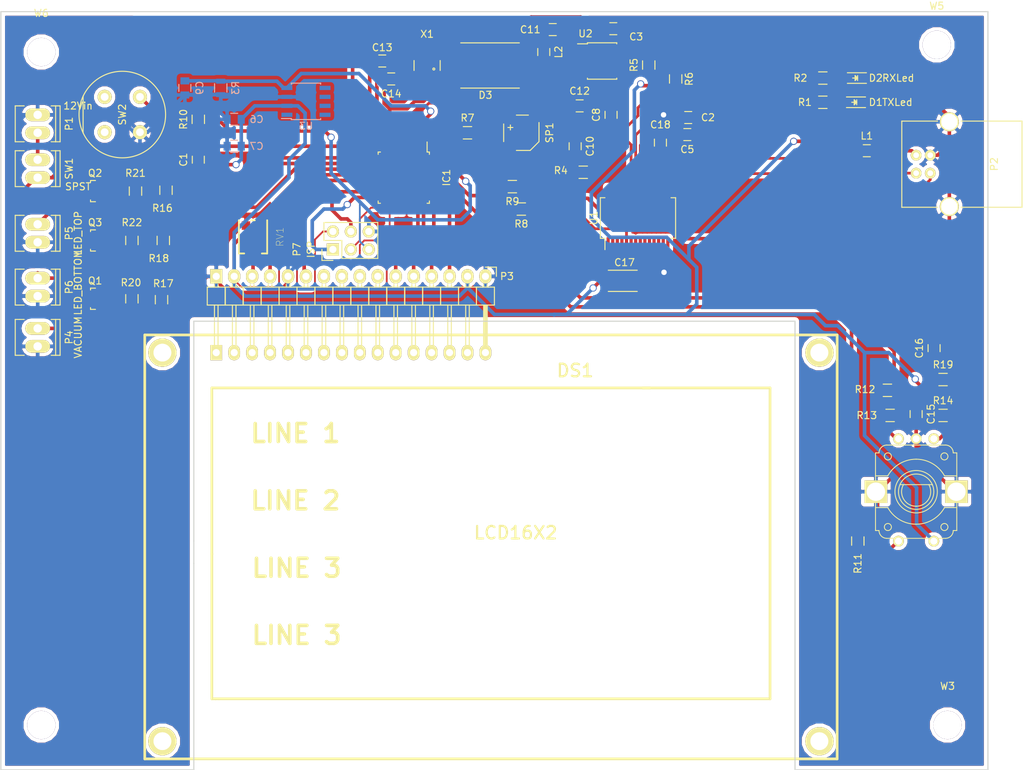
<source format=kicad_pcb>
(kicad_pcb (version 4) (host pcbnew 4.0.1-stable)
  (layers (0 F.Cu signal) (31 B.Cu signal) (34 B.Paste user) (35 F.Paste user) (36 B.SilkS user) (37 F.SilkS user) (38 B.Mask user) (39 F.Mask user) (44 Edge.Cuts user))
  (net 0 "")
  (net 1 GND)
  (net 2 /+12V)
  (net 3 /+5V)
  (net 4 "Net-(C10-Pad1)")
  (net 5 "Net-(C9-Pad2)")
  (net 6 "Net-(C10-Pad2)")
  (net 7 "Net-(C11-Pad1)")
  (net 8 "Net-(C11-Pad2)")
  (net 9 "Net-(C15-Pad1)")
  (net 10 "Net-(C16-Pad1)")
  (net 11 "Net-(D1-Pad1)")
  (net 12 "Net-(D2-Pad1)")
  (net 13 "Net-(DS1-Pad16)")
  (net 14 "Net-(DS1-Pad15)")
  (net 15 "Net-(DS1-Pad1)")
  (net 16 "Net-(DS1-Pad2)")
  (net 17 "Net-(DS1-Pad3)")
  (net 18 "Net-(DS1-Pad4)")
  (net 19 "Net-(DS1-Pad5)")
  (net 20 "Net-(DS1-Pad6)")
  (net 21 "Net-(DS1-Pad7)")
  (net 22 "Net-(DS1-Pad8)")
  (net 23 "Net-(DS1-Pad9)")
  (net 24 "Net-(DS1-Pad10)")
  (net 25 "Net-(DS1-Pad11)")
  (net 26 "Net-(DS1-Pad12)")
  (net 27 "Net-(DS1-Pad13)")
  (net 28 "Net-(DS1-Pad14)")
  (net 29 "Net-(IC1-Pad1)")
  (net 30 "Net-(IC1-Pad9)")
  (net 31 "Net-(IC1-Pad10)")
  (net 32 "Net-(IC1-Pad13)")
  (net 33 "Net-(IC1-Pad14)")
  (net 34 "Net-(IC1-Pad15)")
  (net 35 "Net-(IC1-Pad16)")
  (net 36 "Net-(IC1-Pad17)")
  (net 37 "Net-(IC1-Pad19)")
  (net 38 "Net-(IC1-Pad22)")
  (net 39 "Net-(IC1-Pad23)")
  (net 40 "Net-(IC1-Pad24)")
  (net 41 "Net-(IC1-Pad25)")
  (net 42 "Net-(IC1-Pad26)")
  (net 43 "Net-(IC1-Pad27)")
  (net 44 "Net-(IC1-Pad30)")
  (net 45 "Net-(IC1-Pad31)")
  (net 46 /in)
  (net 47 "Net-(P2-Pad2)")
  (net 48 "Net-(P3-Pad3)")
  (net 49 "Net-(P3-Pad7)")
  (net 50 "Net-(P3-Pad8)")
  (net 51 "Net-(P3-Pad9)")
  (net 52 "Net-(P3-Pad10)")
  (net 53 "Net-(P4-Pad1)")
  (net 54 "Net-(P5-Pad1)")
  (net 55 "Net-(P6-Pad1)")
  (net 56 "Net-(Q1-Pad1)")
  (net 57 "Net-(Q2-Pad1)")
  (net 58 "Net-(Q3-Pad1)")
  (net 59 "Net-(R5-Pad1)")
  (net 60 "Net-(R7-Pad2)")
  (net 61 "Net-(R8-Pad1)")
  (net 62 "Net-(R9-Pad1)")
  (net 63 "Net-(R12-Pad1)")
  (net 64 "Net-(R14-Pad2)")
  (net 65 "Net-(U1-Pad2)")
  (net 66 "Net-(U1-Pad8)")
  (net 67 "Net-(U1-Pad12)")
  (net 68 "Net-(U1-Pad13)")
  (net 69 "Net-(U1-Pad14)")
  (net 70 "Net-(U1-Pad24)")
  (net 71 "Net-(U1-Pad27)")
  (net 72 "Net-(U1-Pad28)")
  (net 73 "Net-(U2-Pad7)")
  (net 74 "Net-(U2-Pad8)")
  (net 75 "Net-(U3-Pad1)")
  (net 76 "Net-(U3-Pad5)")
  (net 77 "Net-(U3-Pad6)")
  (net 78 "Net-(U3-Pad7)")
  (net 79 "Net-(U3-Pad8)")
  (net 80 "Net-(W1-Pad1)")
  (net 81 "Net-(W2-Pad1)")
  (net 82 "Net-(W3-Pad1)")
  (net 83 "Net-(W4-Pad1)")
  (net 84 "Net-(W5-Pad1)")
  (net 85 "Net-(W6-Pad1)")
  (net 86 "Net-(C13-Pad2)")
  (net 87 "Net-(C14-Pad2)")
  (net 88 "Net-(C18-Pad1)")
  (net 89 "Net-(D1-Pad2)")
  (net 90 "Net-(D2-Pad2)")
  (net 91 "Net-(IC1-Pad29)")
  (net 92 "Net-(L1-Pad2)")
  (net 93 "Net-(P2-Pad3)")
  (net 94 "Net-(U1-Pad3)")
  (net 95 "Net-(U1-Pad6)")
  (net 96 "Net-(U1-Pad9)")
  (net 97 "Net-(U1-Pad10)")
  (net 98 "Net-(U1-Pad11)")
  (net 99 "Net-(IC1-Pad11)")
  (net 100 "Net-(IC1-Pad12)")
  (net 101 "Net-(W7-Pad1)")
  (net 102 "Net-(W8-Pad1)")
  (module Capacitors_SMD:C_0805 (layer F.Cu) (at 102.235 71.12 90)
    (fp_text reference C1 (at 0 -2.1 90) (layer F.SilkS))
    (fp_text value 100nF hide)
    (pad 1 smd rect (at -1 0 90) (size 1 1.25) (layers F.Cu F.Paste F.Mask) (net 1 GND))
    (pad 2 smd rect (at 1 0 90) (size 1 1.25) (layers F.Cu F.Paste F.Mask) (net 3 /+5V))
  )
  (module Capacitors_SMD:C_0805 (layer F.Cu) (at 171.577 65.151 180)
    (fp_text reference C2 (at -2.794 0 180) (layer F.SilkS))
    (fp_text value 0.1uF hide)
    (pad 1 smd rect (at -1 0 180) (size 1 1.25) (layers F.Cu F.Paste F.Mask) (net 3 /+5V))
    (pad 2 smd rect (at 1 0 180) (size 1 1.25) (layers F.Cu F.Paste F.Mask) (net 1 GND))
  )
  (module Capacitors_SMD:C_0805 (layer F.Cu) (at 160.9725 52.578)
    (fp_text reference C3 (at 3.2385 1.143) (layer F.SilkS))
    (fp_text value 10uF hide)
    (pad 1 smd rect (at -1 0) (size 1 1.25) (layers F.Cu F.Paste F.Mask) (net 2 /+12V))
    (pad 2 smd rect (at 1 0) (size 1 1.25) (layers F.Cu F.Paste F.Mask) (net 1 GND))
  )
  (module Capacitors_SMD:C_0805 (layer F.Cu) (at 171.45 67.564 180)
    (fp_text reference C5 (at 0 -2.1 180) (layer F.SilkS))
    (fp_text value 100nF hide)
    (pad 1 smd rect (at -1 0 180) (size 1 1.25) (layers F.Cu F.Paste F.Mask) (net 3 /+5V))
    (pad 2 smd rect (at 1 0 180) (size 1 1.25) (layers F.Cu F.Paste F.Mask) (net 1 GND))
  )
  (module Capacitors_SMD:C_0805 (layer B.Cu) (at 107.315 65.405 180)
    (fp_text reference C6 (at -3.175 0 180) (layer B.SilkS) (effects (justify mirror)))
    (fp_text value 1uF hide)
    (pad 1 smd rect (at -1 0 180) (size 1 1.25) (layers B.Cu B.Paste B.Mask) (net 3 /+5V))
    (pad 2 smd rect (at 1 0 180) (size 1 1.25) (layers B.Cu B.Paste B.Mask) (net 1 GND))
  )
  (module Capacitors_SMD:C_0805 (layer B.Cu) (at 107.315 69.215 180)
    (fp_text reference C7 (at -3.175 0 180) (layer B.SilkS) (effects (justify mirror)))
    (fp_text value 100nF hide)
    (pad 1 smd rect (at -1 0 180) (size 1 1.25) (layers B.Cu B.Paste B.Mask) (net 3 /+5V))
    (pad 2 smd rect (at 1 0 180) (size 1 1.25) (layers B.Cu B.Paste B.Mask) (net 1 GND))
  )
  (module Capacitors_SMD:C_0805 (layer F.Cu) (at 160.655 64.77 90)
    (fp_text reference C8 (at 0 -2.1 90) (layer F.SilkS))
    (fp_text value 220pF hide)
    (pad 1 smd rect (at -1 0 90) (size 1 1.25) (layers F.Cu F.Paste F.Mask) (net 4 "Net-(C10-Pad1)"))
    (pad 2 smd rect (at 1 0 90) (size 1 1.25) (layers F.Cu F.Paste F.Mask) (net 1 GND))
  )
  (module Capacitors_SMD:C_0805 (layer B.Cu) (at 100.33 60.96 90)
    (fp_text reference C9 (at 0 2.1 90) (layer B.SilkS) (effects (justify mirror)))
    (fp_text value 47pF hide)
    (pad 1 smd rect (at -1 0 90) (size 1 1.25) (layers B.Cu B.Paste B.Mask) (net 1 GND))
    (pad 2 smd rect (at 1 0 90) (size 1 1.25) (layers B.Cu B.Paste B.Mask) (net 5 "Net-(C9-Pad2)"))
  )
  (module Capacitors_SMD:C_0805 (layer F.Cu) (at 155.575 69.215 270)
    (fp_text reference C10 (at 0 -2.1 270) (layer F.SilkS))
    (fp_text value 10uF hide)
    (pad 1 smd rect (at -1 0 270) (size 1 1.25) (layers F.Cu F.Paste F.Mask) (net 4 "Net-(C10-Pad1)"))
    (pad 2 smd rect (at 1 0 270) (size 1 1.25) (layers F.Cu F.Paste F.Mask) (net 6 "Net-(C10-Pad2)"))
  )
  (module Capacitors_SMD:C_0805 (layer F.Cu) (at 152.4 52.705 180)
    (fp_text reference C11 (at 3.175 0 180) (layer F.SilkS))
    (fp_text value 10nF hide)
    (pad 1 smd rect (at -1 0 180) (size 1 1.25) (layers F.Cu F.Paste F.Mask) (net 7 "Net-(C11-Pad1)"))
    (pad 2 smd rect (at 1 0 180) (size 1 1.25) (layers F.Cu F.Paste F.Mask) (net 8 "Net-(C11-Pad2)"))
  )
  (module Capacitors_SMD:C_0805 (layer F.Cu) (at 156.21 63.5)
    (fp_text reference C12 (at 0 -2.1) (layer F.SilkS))
    (fp_text value 22uF hide)
    (pad 1 smd rect (at -1 0) (size 1 1.25) (layers F.Cu F.Paste F.Mask) (net 3 /+5V))
    (pad 2 smd rect (at 1 0) (size 1 1.25) (layers F.Cu F.Paste F.Mask) (net 1 GND))
  )
  (module Capacitors_SMD:C_0805 (layer F.Cu) (at 128.27 57.15 180)
    (fp_text reference C13 (at 0 1.905 180) (layer F.SilkS))
    (fp_text value 22pF hide)
    (pad 1 smd rect (at -1 0 180) (size 1 1.25) (layers F.Cu F.Paste F.Mask) (net 1 GND))
    (pad 2 smd rect (at 1 0 180) (size 1 1.25) (layers F.Cu F.Paste F.Mask) (net 86 "Net-(C13-Pad2)"))
  )
  (module Capacitors_SMD:C_0805 (layer F.Cu) (at 129.54 59.69 180)
    (fp_text reference C14 (at 0 -2.1 180) (layer F.SilkS))
    (fp_text value 22pF hide)
    (pad 1 smd rect (at -1 0 180) (size 1 1.25) (layers F.Cu F.Paste F.Mask) (net 1 GND))
    (pad 2 smd rect (at 1 0 180) (size 1 1.25) (layers F.Cu F.Paste F.Mask) (net 87 "Net-(C14-Pad2)"))
  )
  (module Capacitors_SMD:C_0805 (layer F.Cu) (at 203.835 107.1245 270)
    (fp_text reference C15 (at 0 -2.1 270) (layer F.SilkS))
    (fp_text value 100nF hide)
    (pad 1 smd rect (at -1 0 270) (size 1 1.25) (layers F.Cu F.Paste F.Mask) (net 9 "Net-(C15-Pad1)"))
    (pad 2 smd rect (at 1 0 270) (size 1 1.25) (layers F.Cu F.Paste F.Mask) (net 1 GND))
  )
  (module Capacitors_SMD:C_0805 (layer F.Cu) (at 206.375 97.79 90)
    (fp_text reference C16 (at 0 -2.1 90) (layer F.SilkS))
    (fp_text value 100nF hide)
    (pad 1 smd rect (at -1 0 90) (size 1 1.25) (layers F.Cu F.Paste F.Mask) (net 10 "Net-(C16-Pad1)"))
    (pad 2 smd rect (at 1 0 90) (size 1 1.25) (layers F.Cu F.Paste F.Mask) (net 1 GND))
  )
  (module LEDs:LED_0805 (layer F.Cu) (at 195.072 62.992 180)
    (fp_text reference D1 (at -3.048 0 180) (layer F.SilkS))
    (fp_text value TXLed (at -6.096 0 180) (layer F.SilkS))
    (pad 2 smd rect (at 1.04902 0) (size 1.19888 1.19888) (layers F.Cu F.Paste F.Mask) (net 89 "Net-(D1-Pad2)"))
    (pad 1 smd rect (at -1.04902 0) (size 1.19888 1.19888) (layers F.Cu F.Paste F.Mask) (net 11 "Net-(D1-Pad1)"))
  )
  (module LEDs:LED_0805 (layer F.Cu) (at 195.199 59.563 180)
    (fp_text reference D2 (at -2.921 0 180) (layer F.SilkS))
    (fp_text value RXLed (at -6.096 0 180) (layer F.SilkS))
    (pad 2 smd rect (at 1.04902 0) (size 1.19888 1.19888) (layers F.Cu F.Paste F.Mask) (net 90 "Net-(D2-Pad2)"))
    (pad 1 smd rect (at -1.04902 0) (size 1.19888 1.19888) (layers F.Cu F.Paste F.Mask) (net 12 "Net-(D2-Pad1)"))
  )
  (module Diodes_SMD:DO-214AB (layer F.Cu) (at 142.875 57.785 180)
    (fp_text reference D3 (at 0 -4.2 180) (layer F.SilkS))
    (fp_text value MBRA140 hide)
    (pad 2 smd rect (at 3.6 0 180) (size 2.6 3.2) (layers F.Cu F.Paste F.Mask) (net 1 GND))
    (pad 1 smd rect (at -3.6 0 180) (size 2.6 3.2) (layers F.Cu F.Paste F.Mask) (net 8 "Net-(C11-Pad2)"))
  )
  (module "Display:DISPLAY_4x20(16)" (layer F.Cu) (at 97.155 98.425)
    (fp_text reference DS1 (at 58.42 2.54) (layer F.SilkS) (effects (font (size 1.778 1.778) (thickness 0.3048))))
    (fp_text value LCD16X2 (at 49.9999 25.49906) (layer F.SilkS) (effects (font (size 1.778 1.778) (thickness 0.3048))))
    (fp_text user "LINE 3" (at 18.9992 39.99992) (layer F.SilkS) (effects (font (size 2.54 2.54) (thickness 0.508))))
    (fp_text user "LINE 3" (at 18.9992 30.50032) (layer F.SilkS) (effects (font (size 2.54 2.54) (thickness 0.508))))
    (fp_text user "LINE 2" (at 18.82394 20.955) (layer F.SilkS) (effects (font (size 2.54 2.54) (thickness 0.508))))
    (fp_text user "LINE 1" (at 18.82394 11.43) (layer F.SilkS) (effects (font (size 2.54 2.54) (thickness 0.508))))
    (pad 16 thru_hole oval (at 45.72 0) (size 1.651 2.159) (drill 1.016) (layers *.Cu *.Mask F.SilkS) (net 13 "Net-(DS1-Pad16)"))
    (pad 15 thru_hole oval (at 43.18 0) (size 1.651 2.159) (drill 1.016) (layers *.Cu *.Mask F.SilkS) (net 14 "Net-(DS1-Pad15)"))
    (pad 1 thru_hole rect (at 7.62 0) (size 1.651 2.159) (drill 1.016) (layers *.Cu *.Mask F.SilkS) (net 15 "Net-(DS1-Pad1)"))
    (pad 2 thru_hole oval (at 10.16 0) (size 1.651 2.159) (drill 1.016) (layers *.Cu *.Mask F.SilkS) (net 16 "Net-(DS1-Pad2)"))
    (pad 3 thru_hole oval (at 12.7 0) (size 1.651 2.159) (drill 1.016) (layers *.Cu *.Mask F.SilkS) (net 17 "Net-(DS1-Pad3)"))
    (pad 4 thru_hole oval (at 15.24 0) (size 1.651 2.159) (drill 1.016) (layers *.Cu *.Mask F.SilkS) (net 18 "Net-(DS1-Pad4)"))
    (pad 5 thru_hole oval (at 17.78 0) (size 1.651 2.159) (drill 1.016) (layers *.Cu *.Mask F.SilkS) (net 19 "Net-(DS1-Pad5)"))
    (pad 6 thru_hole oval (at 20.32 0) (size 1.651 2.159) (drill 1.016) (layers *.Cu *.Mask F.SilkS) (net 20 "Net-(DS1-Pad6)"))
    (pad 7 thru_hole oval (at 22.86 0) (size 1.651 2.159) (drill 1.016) (layers *.Cu *.Mask F.SilkS) (net 21 "Net-(DS1-Pad7)"))
    (pad 8 thru_hole oval (at 25.4 0) (size 1.651 2.159) (drill 1.016) (layers *.Cu *.Mask F.SilkS) (net 22 "Net-(DS1-Pad8)"))
    (pad 9 thru_hole oval (at 27.94 0) (size 1.651 2.159) (drill 1.016) (layers *.Cu *.Mask F.SilkS) (net 23 "Net-(DS1-Pad9)"))
    (pad 10 thru_hole oval (at 30.48 0) (size 1.651 2.159) (drill 1.016) (layers *.Cu *.Mask F.SilkS) (net 24 "Net-(DS1-Pad10)"))
    (pad 11 thru_hole oval (at 33.02 0) (size 1.651 2.159) (drill 1.016) (layers *.Cu *.Mask F.SilkS) (net 25 "Net-(DS1-Pad11)"))
    (pad 12 thru_hole oval (at 35.56 0) (size 1.651 2.159) (drill 1.016) (layers *.Cu *.Mask F.SilkS) (net 26 "Net-(DS1-Pad12)"))
    (pad 13 thru_hole oval (at 38.1 0) (size 1.651 2.159) (drill 1.016) (layers *.Cu *.Mask F.SilkS) (net 27 "Net-(DS1-Pad13)"))
    (pad 14 thru_hole oval (at 40.64 0) (size 1.651 2.159) (drill 1.016) (layers *.Cu *.Mask F.SilkS) (net 28 "Net-(DS1-Pad14)"))
    (pad "" thru_hole circle (at 0 0) (size 4.0005 4.0005) (drill 2.49936) (layers *.Cu *.Mask F.SilkS))
    (pad "" thru_hole circle (at 92.99956 0) (size 4.0005 4.0005) (drill 2.49936) (layers *.Cu *.Mask F.SilkS))
    (pad "" thru_hole circle (at 0 55.0037) (size 4.0005 4.0005) (drill 2.49936) (layers *.Cu *.Mask F.SilkS))
    (pad "" thru_hole circle (at 92.99956 55.00116) (size 4.0005 4.0005) (drill 2.49936) (layers *.Cu *.Mask F.SilkS))
  )
  (module Housings_QFP:TQFP-32_7x7mm_Pitch0.8mm (layer F.Cu) (at 131.318 73.66 270)
    (fp_text reference IC1 (at 0 -6.05 270) (layer F.SilkS))
    (fp_text value ATMEGA328P-A hide)
    (pad 1 smd rect (at -4.25 -2.8 270) (size 1.6 0.55) (layers F.Cu F.Paste F.Mask) (net 29 "Net-(IC1-Pad1)"))
    (pad 2 smd rect (at -4.25 -2 270) (size 1.6 0.55) (layers F.Cu F.Paste F.Mask) (net 5 "Net-(C9-Pad2)"))
    (pad 3 smd rect (at -4.25 -1.2 270) (size 1.6 0.55) (layers F.Cu F.Paste F.Mask) (net 1 GND))
    (pad 4 smd rect (at -4.25 -0.4 270) (size 1.6 0.55) (layers F.Cu F.Paste F.Mask) (net 3 /+5V))
    (pad 5 smd rect (at -4.25 0.4 270) (size 1.6 0.55) (layers F.Cu F.Paste F.Mask) (net 1 GND))
    (pad 6 smd rect (at -4.25 1.2 270) (size 1.6 0.55) (layers F.Cu F.Paste F.Mask) (net 3 /+5V))
    (pad 7 smd rect (at -4.25 2 270) (size 1.6 0.55) (layers F.Cu F.Paste F.Mask) (net 87 "Net-(C14-Pad2)"))
    (pad 8 smd rect (at -4.25 2.8 270) (size 1.6 0.55) (layers F.Cu F.Paste F.Mask) (net 86 "Net-(C13-Pad2)"))
    (pad 9 smd rect (at -2.8 4.25) (size 1.6 0.55) (layers F.Cu F.Paste F.Mask) (net 30 "Net-(IC1-Pad9)"))
    (pad 10 smd rect (at -2 4.25) (size 1.6 0.55) (layers F.Cu F.Paste F.Mask) (net 31 "Net-(IC1-Pad10)"))
    (pad 11 smd rect (at -1.2 4.25) (size 1.6 0.55) (layers F.Cu F.Paste F.Mask) (net 99 "Net-(IC1-Pad11)"))
    (pad 12 smd rect (at -0.4 4.25) (size 1.6 0.55) (layers F.Cu F.Paste F.Mask) (net 100 "Net-(IC1-Pad12)"))
    (pad 13 smd rect (at 0.4 4.25) (size 1.6 0.55) (layers F.Cu F.Paste F.Mask) (net 32 "Net-(IC1-Pad13)"))
    (pad 14 smd rect (at 1.2 4.25) (size 1.6 0.55) (layers F.Cu F.Paste F.Mask) (net 33 "Net-(IC1-Pad14)"))
    (pad 15 smd rect (at 2 4.25) (size 1.6 0.55) (layers F.Cu F.Paste F.Mask) (net 34 "Net-(IC1-Pad15)"))
    (pad 16 smd rect (at 2.8 4.25) (size 1.6 0.55) (layers F.Cu F.Paste F.Mask) (net 35 "Net-(IC1-Pad16)"))
    (pad 17 smd rect (at 4.25 2.8 270) (size 1.6 0.55) (layers F.Cu F.Paste F.Mask) (net 36 "Net-(IC1-Pad17)"))
    (pad 18 smd rect (at 4.25 2 270) (size 1.6 0.55) (layers F.Cu F.Paste F.Mask) (net 3 /+5V))
    (pad 19 smd rect (at 4.25 1.2 270) (size 1.6 0.55) (layers F.Cu F.Paste F.Mask) (net 37 "Net-(IC1-Pad19)"))
    (pad 20 smd rect (at 4.25 0.4 270) (size 1.6 0.55) (layers F.Cu F.Paste F.Mask) (net 3 /+5V))
    (pad 21 smd rect (at 4.25 -0.4 270) (size 1.6 0.55) (layers F.Cu F.Paste F.Mask) (net 1 GND))
    (pad 22 smd rect (at 4.25 -1.2 270) (size 1.6 0.55) (layers F.Cu F.Paste F.Mask) (net 38 "Net-(IC1-Pad22)"))
    (pad 23 smd rect (at 4.25 -2 270) (size 1.6 0.55) (layers F.Cu F.Paste F.Mask) (net 39 "Net-(IC1-Pad23)"))
    (pad 24 smd rect (at 4.25 -2.8 270) (size 1.6 0.55) (layers F.Cu F.Paste F.Mask) (net 40 "Net-(IC1-Pad24)"))
    (pad 25 smd rect (at 2.8 -4.25) (size 1.6 0.55) (layers F.Cu F.Paste F.Mask) (net 41 "Net-(IC1-Pad25)"))
    (pad 26 smd rect (at 2 -4.25) (size 1.6 0.55) (layers F.Cu F.Paste F.Mask) (net 42 "Net-(IC1-Pad26)"))
    (pad 27 smd rect (at 1.2 -4.25) (size 1.6 0.55) (layers F.Cu F.Paste F.Mask) (net 43 "Net-(IC1-Pad27)"))
    (pad 28 smd rect (at 0.4 -4.25) (size 1.6 0.55) (layers F.Cu F.Paste F.Mask) (net 9 "Net-(C15-Pad1)"))
    (pad 29 smd rect (at -0.4 -4.25) (size 1.6 0.55) (layers F.Cu F.Paste F.Mask) (net 91 "Net-(IC1-Pad29)"))
    (pad 30 smd rect (at -1.2 -4.25) (size 1.6 0.55) (layers F.Cu F.Paste F.Mask) (net 44 "Net-(IC1-Pad30)"))
    (pad 31 smd rect (at -2 -4.25) (size 1.6 0.55) (layers F.Cu F.Paste F.Mask) (net 45 "Net-(IC1-Pad31)"))
    (pad 32 smd rect (at -2.8 -4.25) (size 1.6 0.55) (layers F.Cu F.Paste F.Mask) (net 10 "Net-(C16-Pad1)"))
  )
  (module Capacitors_SMD:C_0805 (layer F.Cu) (at 196.85 69.85)
    (fp_text reference L1 (at 0 -2.1) (layer F.SilkS))
    (fp_text value FERRITE hide)
    (pad 1 smd rect (at -1 0) (size 1 1.25) (layers F.Cu F.Paste F.Mask) (net 3 /+5V))
    (pad 2 smd rect (at 1 0) (size 1 1.25) (layers F.Cu F.Paste F.Mask) (net 92 "Net-(L1-Pad2)"))
  )
  (module Capacitors_SMD:C_0805 (layer F.Cu) (at 151.13 55.88 270)
    (fp_text reference L2 (at 0 -2.1 270) (layer F.SilkS))
    (fp_text value 15uH hide)
    (pad 1 smd rect (at -1 0 270) (size 1 1.25) (layers F.Cu F.Paste F.Mask) (net 8 "Net-(C11-Pad2)"))
    (pad 2 smd rect (at 1 0 270) (size 1 1.25) (layers F.Cu F.Paste F.Mask) (net 3 /+5V))
  )
  (module Sockets_MOLEX_KK-System:Socket_MOLEX-KK-RM2-54mm_Lock_2pin_straight (layer F.Cu) (at 79.502 66.04 270)
    (fp_text reference P1 (at 0 -4.445 270) (layer F.SilkS))
    (fp_text value 12Vin (at -2.54 -5.715 360) (layer F.SilkS))
    (pad 1 thru_hole oval (at -1.27 0 270) (size 1.80086 3.50012) (drill 1.19888) (layers *.Cu *.Mask F.SilkS) (net 1 GND))
    (pad 2 thru_hole oval (at 1.27 0 270) (size 1.80086 3.50012) (drill 1.19888) (layers *.Cu *.Mask F.SilkS) (net 46 /in))
  )
  (module Connect:USB_B (layer F.Cu) (at 203.835 70.485)
    (fp_text reference P2 (at 11.049 1.27 90) (layer F.SilkS))
    (fp_text value USB_A)
    (pad 2 thru_hole circle (at 0 2.54 270) (size 1.524 1.524) (drill 0.8128) (layers *.Cu *.Mask F.SilkS) (net 47 "Net-(P2-Pad2)"))
    (pad 1 thru_hole circle (at 0 0 270) (size 1.524 1.524) (drill 0.8128) (layers *.Cu *.Mask F.SilkS) (net 92 "Net-(L1-Pad2)"))
    (pad 4 thru_hole circle (at 1.99898 0 270) (size 1.524 1.524) (drill 0.8128) (layers *.Cu *.Mask F.SilkS) (net 1 GND))
    (pad 3 thru_hole circle (at 1.99898 2.54 270) (size 1.524 1.524) (drill 0.8128) (layers *.Cu *.Mask F.SilkS) (net 93 "Net-(P2-Pad3)"))
    (pad 5 thru_hole circle (at 4.699 7.26948 270) (size 2.70002 2.70002) (drill 2.30124) (layers *.Cu *.Mask F.SilkS) (net 1 GND))
    (pad 5 thru_hole circle (at 4.699 -4.72948 270) (size 2.70002 2.70002) (drill 2.30124) (layers *.Cu *.Mask F.SilkS) (net 1 GND))
  )
  (module Sockets_MOLEX_KK-System:Socket_MOLEX-KK-RM2-54mm_Lock_2pin_straight (layer F.Cu) (at 79.502 96.266 270)
    (fp_text reference P4 (at 0 -4.445 270) (layer F.SilkS))
    (fp_text value VACUUM (at 0 -5.715 270) (layer F.SilkS))
    (pad 1 thru_hole oval (at -1.27 0 270) (size 1.80086 3.50012) (drill 1.19888) (layers *.Cu *.Mask F.SilkS) (net 53 "Net-(P4-Pad1)"))
    (pad 2 thru_hole oval (at 1.27 0 270) (size 1.80086 3.50012) (drill 1.19888) (layers *.Cu *.Mask F.SilkS) (net 1 GND))
  )
  (module Sockets_MOLEX_KK-System:Socket_MOLEX-KK-RM2-54mm_Lock_2pin_straight (layer F.Cu) (at 79.502 81.534 270)
    (fp_text reference P5 (at 0 -4.445 270) (layer F.SilkS))
    (fp_text value LED_TOP (at 0 -5.715 270) (layer F.SilkS))
    (pad 1 thru_hole oval (at -1.27 0 270) (size 1.80086 3.50012) (drill 1.19888) (layers *.Cu *.Mask F.SilkS) (net 54 "Net-(P5-Pad1)"))
    (pad 2 thru_hole oval (at 1.27 0 270) (size 1.80086 3.50012) (drill 1.19888) (layers *.Cu *.Mask F.SilkS) (net 1 GND))
  )
  (module Sockets_MOLEX_KK-System:Socket_MOLEX-KK-RM2-54mm_Lock_2pin_straight (layer F.Cu) (at 79.502 89.154 270)
    (fp_text reference P6 (at 0 -4.445 270) (layer F.SilkS))
    (fp_text value LED_BOTTOM (at -0.635 -5.715 270) (layer F.SilkS))
    (pad 1 thru_hole oval (at -1.27 0 270) (size 1.80086 3.50012) (drill 1.19888) (layers *.Cu *.Mask F.SilkS) (net 55 "Net-(P6-Pad1)"))
    (pad 2 thru_hole oval (at 1.27 0 270) (size 1.80086 3.50012) (drill 1.19888) (layers *.Cu *.Mask F.SilkS) (net 1 GND))
  )
  (module TO_SOT_Packages_SMD:SOT-23 (layer F.Cu) (at 87.63 90.805 90)
    (fp_text reference Q1 (at 2.54 0 180) (layer F.SilkS))
    (fp_text value MOSFET_N hide)
    (pad 1 smd rect (at -0.95 1.00076 90) (size 0.8001 0.8001) (layers F.Cu F.Paste F.Mask) (net 56 "Net-(Q1-Pad1)"))
    (pad 2 smd rect (at 0.95 1.00076 90) (size 0.8001 0.8001) (layers F.Cu F.Paste F.Mask) (net 2 /+12V))
    (pad 3 smd rect (at 0 -0.99822 90) (size 0.8001 0.8001) (layers F.Cu F.Paste F.Mask) (net 53 "Net-(P4-Pad1)"))
  )
  (module TO_SOT_Packages_SMD:SOT-23 (layer F.Cu) (at 87.63 75.565 90)
    (fp_text reference Q2 (at 2.54 0 180) (layer F.SilkS))
    (fp_text value MOSFET_N hide)
    (pad 1 smd rect (at -0.95 1.00076 90) (size 0.8001 0.8001) (layers F.Cu F.Paste F.Mask) (net 57 "Net-(Q2-Pad1)"))
    (pad 2 smd rect (at 0.95 1.00076 90) (size 0.8001 0.8001) (layers F.Cu F.Paste F.Mask) (net 2 /+12V))
    (pad 3 smd rect (at 0 -0.99822 90) (size 0.8001 0.8001) (layers F.Cu F.Paste F.Mask) (net 54 "Net-(P5-Pad1)"))
  )
  (module TO_SOT_Packages_SMD:SOT-23 (layer F.Cu) (at 87.63 82.55 90)
    (fp_text reference Q3 (at 2.54 0 180) (layer F.SilkS))
    (fp_text value MOSFET_N hide)
    (pad 1 smd rect (at -0.95 1.00076 90) (size 0.8001 0.8001) (layers F.Cu F.Paste F.Mask) (net 58 "Net-(Q3-Pad1)"))
    (pad 2 smd rect (at 0.95 1.00076 90) (size 0.8001 0.8001) (layers F.Cu F.Paste F.Mask) (net 2 /+12V))
    (pad 3 smd rect (at 0 -0.99822 90) (size 0.8001 0.8001) (layers F.Cu F.Paste F.Mask) (net 55 "Net-(P6-Pad1)"))
  )
  (module Resistors_SMD:R_0805 (layer F.Cu) (at 190.627 62.992 180)
    (fp_text reference R1 (at 2.54 0 180) (layer F.SilkS))
    (fp_text value 330R hide)
    (pad 1 smd rect (at -0.95 0 180) (size 0.7 1.3) (layers F.Cu F.Paste F.Mask) (net 89 "Net-(D1-Pad2)"))
    (pad 2 smd rect (at 0.95 0 180) (size 0.7 1.3) (layers F.Cu F.Paste F.Mask) (net 3 /+5V))
  )
  (module Resistors_SMD:R_0805 (layer F.Cu) (at 190.627 59.563 180)
    (fp_text reference R2 (at 3.175 0 180) (layer F.SilkS))
    (fp_text value 330R hide)
    (pad 1 smd rect (at -0.95 0 180) (size 0.7 1.3) (layers F.Cu F.Paste F.Mask) (net 90 "Net-(D2-Pad2)"))
    (pad 2 smd rect (at 0.95 0 180) (size 0.7 1.3) (layers F.Cu F.Paste F.Mask) (net 3 /+5V))
  )
  (module Resistors_SMD:R_0805 (layer B.Cu) (at 105.41 60.96 90)
    (fp_text reference R3 (at 0 2.1 90) (layer B.SilkS) (effects (justify mirror)))
    (fp_text value 51k hide)
    (pad 1 smd rect (at -0.95 0 90) (size 0.7 1.3) (layers B.Cu B.Paste B.Mask) (net 1 GND))
    (pad 2 smd rect (at 0.95 0 90) (size 0.7 1.3) (layers B.Cu B.Paste B.Mask) (net 5 "Net-(C9-Pad2)"))
  )
  (module Resistors_SMD:R_0805 (layer F.Cu) (at 156.718 72.898)
    (fp_text reference R4 (at -3.175 -0.254) (layer F.SilkS))
    (fp_text value 15k hide)
    (pad 1 smd rect (at -0.95 0) (size 0.7 1.3) (layers F.Cu F.Paste F.Mask) (net 6 "Net-(C10-Pad2)"))
    (pad 2 smd rect (at 0.95 0) (size 0.7 1.3) (layers F.Cu F.Paste F.Mask) (net 1 GND))
  )
  (module Resistors_SMD:R_0805 (layer F.Cu) (at 165.989 57.7215 90)
    (fp_text reference R5 (at 0 -2.1 90) (layer F.SilkS))
    (fp_text value 10k hide)
    (pad 1 smd rect (at -0.95 0 90) (size 0.7 1.3) (layers F.Cu F.Paste F.Mask) (net 59 "Net-(R5-Pad1)"))
    (pad 2 smd rect (at 0.95 0 90) (size 0.7 1.3) (layers F.Cu F.Paste F.Mask) (net 1 GND))
  )
  (module Resistors_SMD:R_0805 (layer F.Cu) (at 169.799 59.69 90)
    (fp_text reference R6 (at 0 1.905 90) (layer F.SilkS))
    (fp_text value 28.7K hide)
    (pad 1 smd rect (at -0.95 0 90) (size 0.7 1.3) (layers F.Cu F.Paste F.Mask) (net 3 /+5V))
    (pad 2 smd rect (at 0.95 0 90) (size 0.7 1.3) (layers F.Cu F.Paste F.Mask) (net 59 "Net-(R5-Pad1)"))
  )
  (module Resistors_SMD:R_0805 (layer F.Cu) (at 140.335 67.31)
    (fp_text reference R7 (at 0 -2.1) (layer F.SilkS))
    (fp_text value 15R hide)
    (pad 1 smd rect (at -0.95 0) (size 0.7 1.3) (layers F.Cu F.Paste F.Mask) (net 29 "Net-(IC1-Pad1)"))
    (pad 2 smd rect (at 0.95 0) (size 0.7 1.3) (layers F.Cu F.Paste F.Mask) (net 60 "Net-(R7-Pad2)"))
  )
  (module Resistors_SMD:R_0805 (layer F.Cu) (at 147.955 78.105 180)
    (fp_text reference R8 (at 0 -2.1 180) (layer F.SilkS))
    (fp_text value 1k hide)
    (pad 1 smd rect (at -0.95 0 180) (size 0.7 1.3) (layers F.Cu F.Paste F.Mask) (net 61 "Net-(R8-Pad1)"))
    (pad 2 smd rect (at 0.95 0 180) (size 0.7 1.3) (layers F.Cu F.Paste F.Mask) (net 44 "Net-(IC1-Pad30)"))
  )
  (module Resistors_SMD:R_0805 (layer F.Cu) (at 146.685 74.93 180)
    (fp_text reference R9 (at 0 -2.1 180) (layer F.SilkS))
    (fp_text value 1k hide)
    (pad 1 smd rect (at -0.95 0 180) (size 0.7 1.3) (layers F.Cu F.Paste F.Mask) (net 62 "Net-(R9-Pad1)"))
    (pad 2 smd rect (at 0.95 0 180) (size 0.7 1.3) (layers F.Cu F.Paste F.Mask) (net 45 "Net-(IC1-Pad31)"))
  )
  (module Resistors_SMD:R_0805 (layer F.Cu) (at 102.235 65.405 90)
    (fp_text reference R10 (at 0 -2.1 90) (layer F.SilkS))
    (fp_text value 10K hide)
    (pad 1 smd rect (at -0.95 0 90) (size 0.7 1.3) (layers F.Cu F.Paste F.Mask) (net 3 /+5V))
    (pad 2 smd rect (at 0.95 0 90) (size 0.7 1.3) (layers F.Cu F.Paste F.Mask) (net 91 "Net-(IC1-Pad29)"))
  )
  (module Resistors_SMD:R_0805 (layer F.Cu) (at 199.771 103.759)
    (fp_text reference R12 (at -3.175 -0.127) (layer F.SilkS))
    (fp_text value 10k hide)
    (pad 1 smd rect (at -0.95 0) (size 0.7 1.3) (layers F.Cu F.Paste F.Mask) (net 63 "Net-(R12-Pad1)"))
    (pad 2 smd rect (at 0.95 0) (size 0.7 1.3) (layers F.Cu F.Paste F.Mask) (net 9 "Net-(C15-Pad1)"))
  )
  (module Resistors_SMD:R_0805 (layer F.Cu) (at 200.152 107.315 180)
    (fp_text reference R13 (at 3.302 0 180) (layer F.SilkS))
    (fp_text value 10k hide)
    (pad 1 smd rect (at -0.95 0 180) (size 0.7 1.3) (layers F.Cu F.Paste F.Mask) (net 3 /+5V))
    (pad 2 smd rect (at 0.95 0 180) (size 0.7 1.3) (layers F.Cu F.Paste F.Mask) (net 63 "Net-(R12-Pad1)"))
  )
  (module Resistors_SMD:R_0805 (layer F.Cu) (at 207.645 107.315)
    (fp_text reference R14 (at 0 -2.1) (layer F.SilkS))
    (fp_text value 10k hide)
    (pad 1 smd rect (at -0.95 0) (size 0.7 1.3) (layers F.Cu F.Paste F.Mask) (net 3 /+5V))
    (pad 2 smd rect (at 0.95 0) (size 0.7 1.3) (layers F.Cu F.Paste F.Mask) (net 64 "Net-(R14-Pad2)"))
  )
  (module Resistors_SMD:R_0805 (layer F.Cu) (at 97.663 75.438 270)
    (fp_text reference R16 (at 2.54 0.508 360) (layer F.SilkS))
    (fp_text value 20k hide)
    (pad 1 smd rect (at -0.95 0 270) (size 0.7 1.3) (layers F.Cu F.Paste F.Mask) (net 1 GND))
    (pad 2 smd rect (at 0.95 0 270) (size 0.7 1.3) (layers F.Cu F.Paste F.Mask) (net 30 "Net-(IC1-Pad9)"))
  )
  (module Resistors_SMD:R_0805 (layer F.Cu) (at 97.028 90.932 90)
    (fp_text reference R17 (at 2.286 0.254 180) (layer F.SilkS))
    (fp_text value 20k hide)
    (pad 1 smd rect (at -0.95 0 90) (size 0.7 1.3) (layers F.Cu F.Paste F.Mask) (net 1 GND))
    (pad 2 smd rect (at 0.95 0 90) (size 0.7 1.3) (layers F.Cu F.Paste F.Mask) (net 99 "Net-(IC1-Pad11)"))
  )
  (module Resistors_SMD:R_0805 (layer F.Cu) (at 97.282 82.55 270)
    (fp_text reference R18 (at 2.54 0.635 360) (layer F.SilkS))
    (fp_text value 20k hide)
    (pad 1 smd rect (at -0.95 0 270) (size 0.7 1.3) (layers F.Cu F.Paste F.Mask) (net 1 GND))
    (pad 2 smd rect (at 0.95 0 270) (size 0.7 1.3) (layers F.Cu F.Paste F.Mask) (net 31 "Net-(IC1-Pad10)"))
  )
  (module Resistors_SMD:R_0805 (layer F.Cu) (at 207.645 102.235)
    (fp_text reference R19 (at 0 -2.1) (layer F.SilkS))
    (fp_text value 10k hide)
    (pad 1 smd rect (at -0.95 0) (size 0.7 1.3) (layers F.Cu F.Paste F.Mask) (net 10 "Net-(C16-Pad1)"))
    (pad 2 smd rect (at 0.95 0) (size 0.7 1.3) (layers F.Cu F.Paste F.Mask) (net 64 "Net-(R14-Pad2)"))
  )
  (module Resistors_SMD:R_0805 (layer F.Cu) (at 92.837 90.805 270)
    (fp_text reference R20 (at -2.286 0.127 360) (layer F.SilkS))
    (fp_text value 10R hide)
    (pad 1 smd rect (at -0.95 0 270) (size 0.7 1.3) (layers F.Cu F.Paste F.Mask) (net 99 "Net-(IC1-Pad11)"))
    (pad 2 smd rect (at 0.95 0 270) (size 0.7 1.3) (layers F.Cu F.Paste F.Mask) (net 56 "Net-(Q1-Pad1)"))
  )
  (module Resistors_SMD:R_0805 (layer F.Cu) (at 93.345 75.565 90)
    (fp_text reference R21 (at 2.54 0 180) (layer F.SilkS))
    (fp_text value 10R hide)
    (pad 1 smd rect (at -0.95 0 90) (size 0.7 1.3) (layers F.Cu F.Paste F.Mask) (net 57 "Net-(Q2-Pad1)"))
    (pad 2 smd rect (at 0.95 0 90) (size 0.7 1.3) (layers F.Cu F.Paste F.Mask) (net 30 "Net-(IC1-Pad9)"))
  )
  (module Resistors_SMD:R_0805 (layer F.Cu) (at 92.837 82.55 90)
    (fp_text reference R22 (at 2.54 0 360) (layer F.SilkS))
    (fp_text value 10R hide)
    (pad 1 smd rect (at -0.95 0 90) (size 0.7 1.3) (layers F.Cu F.Paste F.Mask) (net 58 "Net-(Q3-Pad1)"))
    (pad 2 smd rect (at 0.95 0 90) (size 0.7 1.3) (layers F.Cu F.Paste F.Mask) (net 31 "Net-(IC1-Pad10)"))
  )
  (module ab2_input_devices:AB2_ROTARY_ENCODER_W_SWITCH (layer F.Cu) (at 203.835 118.11 180)
    (fp_text reference ROT_ENC1 hide)
    (fp_text value AB2_ROTARY_ENCODER_W_SW hide)
    (pad 1 thru_hole circle (at -2.5 7.5 180) (size 1.524 1.524) (drill 1.016) (layers *.Cu *.Mask F.SilkS) (net 64 "Net-(R14-Pad2)"))
    (pad 2 thru_hole circle (at 0 7.5 180) (size 1.524 1.524) (drill 1.016) (layers *.Cu *.Mask F.SilkS) (net 1 GND))
    (pad 3 thru_hole circle (at 2.5 7.5 180) (size 1.524 1.524) (drill 1.016) (layers *.Cu *.Mask F.SilkS) (net 63 "Net-(R12-Pad1)"))
    (pad 4 thru_hole circle (at 2.5 -7 180) (size 1.524 1.524) (drill 1.016) (layers *.Cu *.Mask F.SilkS) (net 43 "Net-(IC1-Pad27)"))
    (pad 6 thru_hole circle (at -2.5 -7 180) (size 1.524 1.524) (drill 1.016) (layers *.Cu *.Mask F.SilkS) (net 3 /+5V))
    (pad 7 thru_hole rect (at -5.7 0 180) (size 3.2 3.2) (drill 2.6) (layers *.Cu *.Mask F.SilkS) (net 1 GND))
    (pad 7 thru_hole rect (at 5.7 0 180) (size 3.2 3.2) (drill 2.6) (layers *.Cu *.Mask F.SilkS) (net 1 GND))
  )
  (module pui_transducer:SMT-0540-S-R (layer F.Cu) (at 147.955 67.31 270)
    (fp_text reference SP1 (at 0 -4 270) (layer F.SilkS))
    (fp_text value SPEAKER hide)
    (pad 1 smd rect (at -2.25 1.6 270) (size 1.5 1.3) (layers F.Cu F.Paste F.Mask) (net 60 "Net-(R7-Pad2)"))
    (pad 2 smd rect (at 2.25 1.6 270) (size 1.5 1.3) (layers F.Cu F.Paste F.Mask) (net 1 GND))
    (pad 0 smd rect (at -2.35 -1.9 270) (size 1.3 1.3) (layers F.Cu F.Paste F.Mask))
  )
  (module Sockets_MOLEX_KK-System:Socket_MOLEX-KK-RM2-54mm_Lock_2pin_straight (layer F.Cu) (at 79.502 72.39 270)
    (fp_text reference SW1 (at 0 -4.445 270) (layer F.SilkS))
    (fp_text value SPST (at 2.54 -5.715 540) (layer F.SilkS))
    (pad 1 thru_hole oval (at -1.27 0 270) (size 1.80086 3.50012) (drill 1.19888) (layers *.Cu *.Mask F.SilkS) (net 46 /in))
    (pad 2 thru_hole oval (at 1.27 0 270) (size 1.80086 3.50012) (drill 1.19888) (layers *.Cu *.Mask F.SilkS) (net 2 /+12V))
  )
  (module Housings_SSOP:SSOP-28_5.3x10.2mm_Pitch0.65mm (layer F.Cu) (at 164.465 79.375 90)
    (fp_text reference U1 (at 0 -6.25 90) (layer F.SilkS))
    (fp_text value FT232RL hide)
    (pad 1 smd rect (at -3.6 -4.225 90) (size 1.75 0.45) (layers F.Cu F.Paste F.Mask) (net 61 "Net-(R8-Pad1)"))
    (pad 2 smd rect (at -3.6 -3.575 90) (size 1.75 0.45) (layers F.Cu F.Paste F.Mask) (net 65 "Net-(U1-Pad2)"))
    (pad 3 smd rect (at -3.6 -2.925 90) (size 1.75 0.45) (layers F.Cu F.Paste F.Mask) (net 94 "Net-(U1-Pad3)"))
    (pad 4 smd rect (at -3.6 -2.275 90) (size 1.75 0.45) (layers F.Cu F.Paste F.Mask) (net 3 /+5V))
    (pad 5 smd rect (at -3.6 -1.625 90) (size 1.75 0.45) (layers F.Cu F.Paste F.Mask) (net 62 "Net-(R9-Pad1)"))
    (pad 6 smd rect (at -3.6 -0.975 90) (size 1.75 0.45) (layers F.Cu F.Paste F.Mask) (net 95 "Net-(U1-Pad6)"))
    (pad 7 smd rect (at -3.6 -0.325 90) (size 1.75 0.45) (layers F.Cu F.Paste F.Mask) (net 1 GND))
    (pad 8 smd rect (at -3.6 0.325 90) (size 1.75 0.45) (layers F.Cu F.Paste F.Mask) (net 66 "Net-(U1-Pad8)"))
    (pad 9 smd rect (at -3.6 0.975 90) (size 1.75 0.45) (layers F.Cu F.Paste F.Mask) (net 96 "Net-(U1-Pad9)"))
    (pad 10 smd rect (at -3.6 1.625 90) (size 1.75 0.45) (layers F.Cu F.Paste F.Mask) (net 97 "Net-(U1-Pad10)"))
    (pad 11 smd rect (at -3.6 2.275 90) (size 1.75 0.45) (layers F.Cu F.Paste F.Mask) (net 98 "Net-(U1-Pad11)"))
    (pad 12 smd rect (at -3.6 2.925 90) (size 1.75 0.45) (layers F.Cu F.Paste F.Mask) (net 67 "Net-(U1-Pad12)"))
    (pad 13 smd rect (at -3.6 3.575 90) (size 1.75 0.45) (layers F.Cu F.Paste F.Mask) (net 68 "Net-(U1-Pad13)"))
    (pad 14 smd rect (at -3.6 4.225 90) (size 1.75 0.45) (layers F.Cu F.Paste F.Mask) (net 69 "Net-(U1-Pad14)"))
    (pad 15 smd rect (at 3.6 4.225 90) (size 1.75 0.45) (layers F.Cu F.Paste F.Mask) (net 93 "Net-(P2-Pad3)"))
    (pad 16 smd rect (at 3.6 3.575 90) (size 1.75 0.45) (layers F.Cu F.Paste F.Mask) (net 47 "Net-(P2-Pad2)"))
    (pad 17 smd rect (at 3.6 2.925 90) (size 1.75 0.45) (layers F.Cu F.Paste F.Mask) (net 88 "Net-(C18-Pad1)"))
    (pad 18 smd rect (at 3.6 2.275 90) (size 1.75 0.45) (layers F.Cu F.Paste F.Mask) (net 1 GND))
    (pad 19 smd rect (at 3.6 1.625 90) (size 1.75 0.45) (layers F.Cu F.Paste F.Mask) (net 3 /+5V))
    (pad 20 smd rect (at 3.6 0.975 90) (size 1.75 0.45) (layers F.Cu F.Paste F.Mask) (net 3 /+5V))
    (pad 21 smd rect (at 3.6 0.325 90) (size 1.75 0.45) (layers F.Cu F.Paste F.Mask) (net 1 GND))
    (pad 22 smd rect (at 3.6 -0.325 90) (size 1.75 0.45) (layers F.Cu F.Paste F.Mask) (net 12 "Net-(D2-Pad1)"))
    (pad 23 smd rect (at 3.6 -0.975 90) (size 1.75 0.45) (layers F.Cu F.Paste F.Mask) (net 11 "Net-(D1-Pad1)"))
    (pad 24 smd rect (at 3.6 -1.625 90) (size 1.75 0.45) (layers F.Cu F.Paste F.Mask) (net 70 "Net-(U1-Pad24)"))
    (pad 25 smd rect (at 3.6 -2.275 90) (size 1.75 0.45) (layers F.Cu F.Paste F.Mask) (net 1 GND))
    (pad 26 smd rect (at 3.6 -2.925 90) (size 1.75 0.45) (layers F.Cu F.Paste F.Mask) (net 1 GND))
    (pad 27 smd rect (at 3.6 -3.575 90) (size 1.75 0.45) (layers F.Cu F.Paste F.Mask) (net 71 "Net-(U1-Pad27)"))
    (pad 28 smd rect (at 3.6 -4.225 90) (size 1.75 0.45) (layers F.Cu F.Paste F.Mask) (net 72 "Net-(U1-Pad28)"))
  )
  (module Housings_SOIC:SOIC-8_3.9x4.9mm_Pitch1.27mm (layer F.Cu) (at 159.385 57.15)
    (fp_text reference U2 (at -2.3495 -3.8735) (layer F.SilkS))
    (fp_text value ACT4060A hide)
    (pad 1 smd rect (at -2.7 -1.905) (size 1.55 0.6) (layers F.Cu F.Paste F.Mask) (net 7 "Net-(C11-Pad1)"))
    (pad 2 smd rect (at -2.7 -0.635) (size 1.55 0.6) (layers F.Cu F.Paste F.Mask) (net 2 /+12V))
    (pad 3 smd rect (at -2.7 0.635) (size 1.55 0.6) (layers F.Cu F.Paste F.Mask) (net 8 "Net-(C11-Pad2)"))
    (pad 4 smd rect (at -2.7 1.905) (size 1.55 0.6) (layers F.Cu F.Paste F.Mask) (net 1 GND))
    (pad 5 smd rect (at 2.7 1.905) (size 1.55 0.6) (layers F.Cu F.Paste F.Mask) (net 59 "Net-(R5-Pad1)"))
    (pad 6 smd rect (at 2.7 0.635) (size 1.55 0.6) (layers F.Cu F.Paste F.Mask) (net 4 "Net-(C10-Pad1)"))
    (pad 7 smd rect (at 2.7 -0.635) (size 1.55 0.6) (layers F.Cu F.Paste F.Mask) (net 73 "Net-(U2-Pad7)"))
    (pad 8 smd rect (at 2.7 -1.905) (size 1.55 0.6) (layers F.Cu F.Paste F.Mask) (net 74 "Net-(U2-Pad8)"))
  )
  (module Housings_SOIC:SOIC-8_3.9x4.9mm_Pitch1.27mm (layer B.Cu) (at 117.475 62.865)
    (fp_text reference U3 (at 0 3.5) (layer B.SilkS) (effects (justify mirror)))
    (fp_text value MPXV6115V hide)
    (pad 1 smd rect (at -2.7 1.905) (size 1.55 0.6) (layers B.Cu B.Paste B.Mask) (net 75 "Net-(U3-Pad1)"))
    (pad 2 smd rect (at -2.7 0.635) (size 1.55 0.6) (layers B.Cu B.Paste B.Mask) (net 3 /+5V))
    (pad 3 smd rect (at -2.7 -0.635) (size 1.55 0.6) (layers B.Cu B.Paste B.Mask) (net 1 GND))
    (pad 4 smd rect (at -2.7 -1.905) (size 1.55 0.6) (layers B.Cu B.Paste B.Mask) (net 5 "Net-(C9-Pad2)"))
    (pad 5 smd rect (at 2.7 -1.905) (size 1.55 0.6) (layers B.Cu B.Paste B.Mask) (net 76 "Net-(U3-Pad5)"))
    (pad 6 smd rect (at 2.7 -0.635) (size 1.55 0.6) (layers B.Cu B.Paste B.Mask) (net 77 "Net-(U3-Pad6)"))
    (pad 7 smd rect (at 2.7 0.635) (size 1.55 0.6) (layers B.Cu B.Paste B.Mask) (net 78 "Net-(U3-Pad7)"))
    (pad 8 smd rect (at 2.7 1.905) (size 1.55 0.6) (layers B.Cu B.Paste B.Mask) (net 79 "Net-(U3-Pad8)"))
  )
  (module Mounting_Holes:MountingHole_2-5mm (layer F.Cu) (at 190.119 98.425)
    (fp_text reference W1 hide)
    (fp_text value TEST_1P hide)
    (pad 1 thru_hole circle (at 0 0) (size 2.5 2.5) (drill 2.5) (layers) (net 80 "Net-(W1-Pad1)"))
  )
  (module Mounting_Holes:MountingHole_2-5mm (layer F.Cu) (at 97.155 98.425)
    (fp_text reference W2 hide)
    (fp_text value TEST_1P hide)
    (pad 1 thru_hole circle (at 0 0) (size 2.5 2.5) (drill 2.5) (layers) (net 81 "Net-(W2-Pad1)"))
  )
  (module Mounting_Holes:MountingHole_4mm (layer F.Cu) (at 208.28 151.13)
    (fp_text reference W3 (at 0 -5.4991) (layer F.SilkS))
    (fp_text value TEST_1P hide)
    (pad 1 thru_hole circle (at 0 0) (size 4 4) (drill 4) (layers) (net 82 "Net-(W3-Pad1)"))
  )
  (module Mounting_Holes:MountingHole_4mm (layer F.Cu) (at 80.01 151.13)
    (fp_text reference W4 hide)
    (fp_text value TEST_1P hide)
    (pad 1 thru_hole circle (at 0 0) (size 4 4) (drill 4) (layers) (net 83 "Net-(W4-Pad1)"))
  )
  (module Mounting_Holes:MountingHole_4mm (layer F.Cu) (at 206.756 54.864)
    (fp_text reference W5 (at 0 -5.4991) (layer F.SilkS))
    (fp_text value TEST_1P hide)
    (pad 1 thru_hole circle (at 0 0) (size 4 4) (drill 4) (layers) (net 84 "Net-(W5-Pad1)"))
  )
  (module Mounting_Holes:MountingHole_4mm (layer F.Cu) (at 80.01 55.88)
    (fp_text reference W6 (at 0 -5.4991) (layer F.SilkS))
    (fp_text value TEST_1P hide)
    (pad 1 thru_hole circle (at 0 0) (size 4 4) (drill 4) (layers) (net 85 "Net-(W6-Pad1)"))
  )
  (module Crystals:Crystal_SMD_0603_4Pads (layer F.Cu) (at 134.62 57.785 90)
    (fp_text reference X1 (at 4.445 0 360) (layer F.SilkS))
    (fp_text value 16mHz hide)
    (pad 1 smd rect (at -2.19964 1.19888 90) (size 1.80086 1.39954) (layers F.Cu F.Paste F.Mask) (net 87 "Net-(C14-Pad2)"))
    (pad 2 smd rect (at 2.19964 1.19888 90) (size 1.80086 1.39954) (layers F.Cu F.Paste F.Mask) (net 86 "Net-(C13-Pad2)"))
    (pad 3 smd rect (at 2.19964 -1.19888 90) (size 1.80086 1.39954) (layers F.Cu F.Paste F.Mask) (net 1 GND))
    (pad 4 smd rect (at -2.19964 -1.19888 90) (size 1.80086 1.39954) (layers F.Cu F.Paste F.Mask))
  )
  (module Capacitors_Tantalum_SMD:TantalC_SizeB_EIA-3528_Reflow (layer F.Cu) (at 162.56 88.265)
    (fp_text reference C17 (at 0 -2.6) (layer F.SilkS))
    (fp_text value 10uF hide)
    (pad 2 smd rect (at 1.46 0) (size 1.8 2.23) (layers F.Cu F.Paste F.Mask) (net 1 GND))
    (pad 1 smd rect (at -1.46 0) (size 1.8 2.23) (layers F.Cu F.Paste F.Mask) (net 3 /+5V))
  )
  (module Capacitors_SMD:C_0805 (layer F.Cu) (at 167.64 68.707 90)
    (fp_text reference C18 (at 2.54 0 180) (layer F.SilkS))
    (fp_text value 0.1uF hide)
    (pad 1 smd rect (at -1 0 90) (size 1 1.25) (layers F.Cu F.Paste F.Mask) (net 88 "Net-(C18-Pad1)"))
    (pad 2 smd rect (at 1 0 90) (size 1 1.25) (layers F.Cu F.Paste F.Mask) (net 1 GND))
  )
  (module Display:Pin_Header_Angled_1x16_backward (layer F.Cu) (at 142.875 87.63 270)
    (fp_text reference P3 (at 0 -3.048 360) (layer F.SilkS))
    (fp_text value CONN_01X16 hide)
    (pad 16 thru_hole oval (at 0 0 270) (size 2.032 1.7272) (drill 1.016) (layers *.Cu *.Mask F.SilkS) (net 1 GND))
    (pad 15 thru_hole oval (at 0 2.54 270) (size 2.032 1.7272) (drill 1.016) (layers *.Cu *.Mask F.SilkS) (net 3 /+5V))
    (pad 14 thru_hole oval (at 0 5.08 270) (size 2.032 1.7272) (drill 1.016) (layers *.Cu *.Mask F.SilkS) (net 42 "Net-(IC1-Pad26)"))
    (pad 13 thru_hole oval (at 0 7.62 270) (size 2.032 1.7272) (drill 1.016) (layers *.Cu *.Mask F.SilkS) (net 41 "Net-(IC1-Pad25)"))
    (pad 12 thru_hole oval (at 0 10.16 270) (size 2.032 1.7272) (drill 1.016) (layers *.Cu *.Mask F.SilkS) (net 40 "Net-(IC1-Pad24)"))
    (pad 11 thru_hole oval (at 0 12.7 270) (size 2.032 1.7272) (drill 1.016) (layers *.Cu *.Mask F.SilkS) (net 39 "Net-(IC1-Pad23)"))
    (pad 10 thru_hole oval (at 0 15.24 270) (size 2.032 1.7272) (drill 1.016) (layers *.Cu *.Mask F.SilkS) (net 52 "Net-(P3-Pad10)"))
    (pad 9 thru_hole oval (at 0 17.78 270) (size 2.032 1.7272) (drill 1.016) (layers *.Cu *.Mask F.SilkS) (net 51 "Net-(P3-Pad9)"))
    (pad 8 thru_hole oval (at 0 20.32 270) (size 2.032 1.7272) (drill 1.016) (layers *.Cu *.Mask F.SilkS) (net 50 "Net-(P3-Pad8)"))
    (pad 7 thru_hole oval (at 0 22.86 270) (size 2.032 1.7272) (drill 1.016) (layers *.Cu *.Mask F.SilkS) (net 49 "Net-(P3-Pad7)"))
    (pad 6 thru_hole oval (at 0 25.4 270) (size 2.032 1.7272) (drill 1.016) (layers *.Cu *.Mask F.SilkS) (net 32 "Net-(IC1-Pad13)"))
    (pad 5 thru_hole oval (at 0 27.94 270) (size 2.032 1.7272) (drill 1.016) (layers *.Cu *.Mask F.SilkS) (net 1 GND))
    (pad 4 thru_hole oval (at 0 30.48 270) (size 2.032 1.7272) (drill 1.016) (layers *.Cu *.Mask F.SilkS) (net 100 "Net-(IC1-Pad12)"))
    (pad 3 thru_hole oval (at 0 33.02 270) (size 2.032 1.7272) (drill 1.016) (layers *.Cu *.Mask F.SilkS) (net 48 "Net-(P3-Pad3)"))
    (pad 2 thru_hole oval (at 0 35.56 270) (size 2.032 1.7272) (drill 1.016) (layers *.Cu *.Mask F.SilkS) (net 3 /+5V))
    (pad 1 thru_hole rect (at 0 38.1 270) (size 2.032 1.7272) (drill 1.016) (layers *.Cu *.Mask F.SilkS) (net 1 GND))
  )
  (module Pin_Headers:Pin_Header_Straight_2x03 (layer F.Cu) (at 121.285 83.82 90)
    (fp_text reference P7 (at 0 -5.1 90) (layer F.SilkS))
    (fp_text value ISP (at 0 -3.1 90) (layer F.SilkS))
    (pad 1 thru_hole rect (at 0 0 90) (size 1.7272 1.7272) (drill 1.016) (layers *.Cu *.Mask F.SilkS) (net 35 "Net-(IC1-Pad16)"))
    (pad 2 thru_hole oval (at 2.54 0 90) (size 1.7272 1.7272) (drill 1.016) (layers *.Cu *.Mask F.SilkS) (net 3 /+5V))
    (pad 3 thru_hole oval (at 0 2.54 90) (size 1.7272 1.7272) (drill 1.016) (layers *.Cu *.Mask F.SilkS) (net 36 "Net-(IC1-Pad17)"))
    (pad 4 thru_hole oval (at 2.54 2.54 90) (size 1.7272 1.7272) (drill 1.016) (layers *.Cu *.Mask F.SilkS) (net 34 "Net-(IC1-Pad15)"))
    (pad 5 thru_hole oval (at 0 5.08 90) (size 1.7272 1.7272) (drill 1.016) (layers *.Cu *.Mask F.SilkS) (net 91 "Net-(IC1-Pad29)"))
    (pad 6 thru_hole oval (at 2.54 5.08 90) (size 1.7272 1.7272) (drill 1.016) (layers *.Cu *.Mask F.SilkS) (net 1 GND))
  )
  (module TC33X-2-103E:35WR (layer F.Cu) (at 109.982 82.042 180)
    (fp_text reference RV1 (at -3.81 0 270) (layer F.SilkS) (effects (font (thickness 0.05))))
    (fp_text value 10k hide)
    (pad 1 smd rect (at -1 1.6 180) (size 1.2 1.2) (layers F.Cu F.Paste F.Mask) (net 3 /+5V))
    (pad 3 smd rect (at 1 1.6 180) (size 1.2 1.2) (layers F.Cu F.Paste F.Mask) (net 1 GND))
    (pad 2 smd rect (at 0 -1.65 180) (size 1.6 1.5) (layers F.Cu F.Paste F.Mask) (net 48 "Net-(P3-Pad3)"))
  )
  (module Buttons_Switches_ThroughHole:Push_E-Switch_KS01Q01 (layer F.Cu) (at 93.98 62.23 270)
    (fp_text reference SW2 (at 2.5 2.5 270) (layer F.SilkS))
    (fp_text value RESET)
    (pad 1 thru_hole circle (at 0 0 270) (size 2 2) (drill 1.1) (layers *.Cu *.Mask F.SilkS) (net 91 "Net-(IC1-Pad29)"))
    (pad 2 thru_hole circle (at 5 0 270) (size 2 2) (drill 1.1) (layers *.Cu *.Mask F.SilkS) (net 1 GND))
    (pad 4 thru_hole circle (at 5 5 270) (size 2 2) (drill 1.1) (layers *.Cu *.Mask F.SilkS))
    (pad 3 thru_hole circle (at 0 5 270) (size 2 2) (drill 1.1) (layers *.Cu *.Mask F.SilkS))
  )
  (module Resistors_SMD:R_0805 (layer F.Cu) (at 195.58 125.095 90)
    (fp_text reference R11 (at -3.175 0 90) (layer F.SilkS))
    (fp_text value 10k hide)
    (pad 1 smd rect (at -0.95 0 90) (size 0.7 1.3) (layers F.Cu F.Paste F.Mask) (net 43 "Net-(IC1-Pad27)"))
    (pad 2 smd rect (at 0.95 0 90) (size 0.7 1.3) (layers F.Cu F.Paste F.Mask) (net 1 GND))
  )
  (module Mounting_Holes:MountingHole_2-5mm (layer F.Cu) (at 97.155 153.416)
    (fp_text reference W7 hide)
    (fp_text value TEST_1P hide)
    (pad 1 thru_hole circle (at 0 0) (size 2.5 2.5) (drill 2.5) (layers) (net 101 "Net-(W7-Pad1)"))
  )
  (module Mounting_Holes:MountingHole_2-5mm (layer F.Cu) (at 190.119 153.416)
    (fp_text reference W8 hide)
    (fp_text value TEST_1P hide)
    (pad 1 thru_hole circle (at 0 0) (size 2.5 2.5) (drill 2.5) (layers) (net 102 "Net-(W8-Pad1)"))
  )
  (gr_line (start 213.995 157.48) (end 186.69 157.48) (angle 90) (layer Edge.Cuts) (width 0.15))
  (gr_line (start 213.995 128.27) (end 213.995 157.48) (angle 90) (layer Edge.Cuts) (width 0.15))
  (gr_line (start 186.69 156.845) (end 186.69 157.48) (angle 90) (layer Edge.Cuts) (width 0.15))
  (gr_line (start 186.69 128.27) (end 186.69 156.845) (angle 90) (layer Edge.Cuts) (width 0.15))
  (gr_line (start 74.295 128.27) (end 74.295 157.48) (angle 90) (layer Edge.Cuts) (width 0.15))
  (gr_line (start 101.6 128.27) (end 101.6 157.48) (angle 90) (layer Edge.Cuts) (width 0.15))
  (gr_line (start 74.295 128.27) (end 74.295 125.095) (angle 90) (layer Edge.Cuts) (width 0.15))
  (gr_line (start 101.6 157.48) (end 74.295 157.48) (angle 90) (layer Edge.Cuts) (width 0.15))
  (gr_line (start 101.6 125.095) (end 101.6 128.27) (angle 90) (layer Edge.Cuts) (width 0.15))
  (gr_line (start 74.295 50.165) (end 74.295 125.095) (angle 90) (layer Edge.Cuts) (width 0.15))
  (gr_line (start 213.995 50.165) (end 74.295 50.165) (angle 90) (layer Edge.Cuts) (width 0.15))
  (gr_line (start 213.995 51.435) (end 213.995 50.165) (angle 90) (layer Edge.Cuts) (width 0.15))
  (gr_line (start 213.995 128.27) (end 213.995 51.435) (angle 90) (layer Edge.Cuts) (width 0.15))
  (gr_line (start 186.69 93.98) (end 186.69 128.27) (angle 90) (layer Edge.Cuts) (width 0.15))
  (gr_line (start 101.6 93.98) (end 186.69 93.98) (angle 90) (layer Edge.Cuts) (width 0.15))
  (gr_line (start 101.6 125.095) (end 101.6 93.98) (angle 90) (layer Edge.Cuts) (width 0.15))
  (segment (start 142.875 87.63) (end 156.0195 87.63) (width 0.508) (layer B.Cu) (net 1))
  (segment (start 166.9415 88.265) (end 164.02 88.265) (width 0.508) (layer F.Cu) (net 1))
  (segment (start 168.148 87.0585) (end 166.9415 88.265) (width 0.508) (layer F.Cu) (net 1))
  (via (at 168.148 87.0585) (size 1.016) (drill 0.762) (layers F.Cu B.Cu) (net 1))
  (segment (start 166.497 85.4075) (end 168.148 87.0585) (width 0.508) (layer B.Cu) (net 1))
  (segment (start 158.242 85.4075) (end 166.497 85.4075) (width 0.508) (layer B.Cu) (net 1))
  (segment (start 156.0195 87.63) (end 158.242 85.4075) (width 0.508) (layer B.Cu) (net 1))
  (segment (start 139.275 60.5985) (end 137.9025 60.5985) (width 0.381) (layer F.Cu) (net 1))
  (segment (start 131.1275 66.8655) (end 131.1275 67.691) (width 0.381) (layer F.Cu) (net 1))
  (segment (start 134.874 63.119) (end 131.1275 66.8655) (width 0.381) (layer F.Cu) (net 1))
  (segment (start 135.382 63.119) (end 134.874 63.119) (width 0.381) (layer F.Cu) (net 1))
  (segment (start 137.9025 60.5985) (end 135.382 63.119) (width 0.381) (layer F.Cu) (net 1))
  (segment (start 97.282 81.6) (end 97.282 78.613) (width 0.381) (layer F.Cu) (net 1))
  (segment (start 96.266 72.136) (end 97.663 73.533) (width 0.381) (layer F.Cu) (net 1))
  (segment (start 92.329 72.136) (end 96.266 72.136) (width 0.381) (layer F.Cu) (net 1))
  (segment (start 90.805 73.66) (end 92.329 72.136) (width 0.381) (layer F.Cu) (net 1))
  (segment (start 90.805 74.4855) (end 90.805 73.66) (width 0.381) (layer F.Cu) (net 1))
  (segment (start 91.8845 75.565) (end 90.805 74.4855) (width 0.381) (layer F.Cu) (net 1))
  (segment (start 94.234 75.565) (end 91.8845 75.565) (width 0.381) (layer F.Cu) (net 1))
  (segment (start 97.282 78.613) (end 94.234 75.565) (width 0.381) (layer F.Cu) (net 1))
  (segment (start 139.275 57.785) (end 139.275 60.5985) (width 0.508) (layer F.Cu) (net 1))
  (segment (start 148.209 67.706) (end 146.355 69.56) (width 0.508) (layer F.Cu) (net 1))
  (segment (start 148.209 64.0715) (end 148.209 67.706) (width 0.508) (layer F.Cu) (net 1))
  (segment (start 147.32 63.1825) (end 148.209 64.0715) (width 0.508) (layer F.Cu) (net 1))
  (segment (start 141.859 63.1825) (end 147.32 63.1825) (width 0.508) (layer F.Cu) (net 1))
  (segment (start 139.275 60.5985) (end 141.859 63.1825) (width 0.508) (layer F.Cu) (net 1))
  (segment (start 165.989 56.7715) (end 165.989 54.8005) (width 0.508) (layer F.Cu) (net 1))
  (segment (start 163.7665 52.578) (end 161.9725 52.578) (width 0.508) (layer F.Cu) (net 1))
  (segment (start 165.989 54.8005) (end 163.7665 52.578) (width 0.508) (layer F.Cu) (net 1))
  (segment (start 161.9725 52.578) (end 173.863 52.578) (width 0.508) (layer F.Cu) (net 1))
  (segment (start 198.501 54.991) (end 197.231 54.991) (width 0.508) (layer F.Cu) (net 1))
  (segment (start 197.231 54.991) (end 195.072 52.832) (width 0.508) (layer F.Cu) (net 1))
  (segment (start 198.501 54.991) (end 208.534 65.024) (width 0.508) (layer F.Cu) (net 1))
  (segment (start 174.117 52.832) (end 195.072 52.832) (width 0.508) (layer F.Cu) (net 1))
  (segment (start 173.863 52.578) (end 174.117 52.832) (width 0.508) (layer F.Cu) (net 1))
  (segment (start 161.9725 52.578) (end 161.9725 53.2925) (width 0.508) (layer F.Cu) (net 1))
  (segment (start 158.0515 59.055) (end 156.685 59.055) (width 0.508) (layer F.Cu) (net 1))
  (segment (start 158.3055 58.801) (end 158.0515 59.055) (width 0.508) (layer F.Cu) (net 1))
  (segment (start 158.369 58.801) (end 158.3055 58.801) (width 0.508) (layer F.Cu) (net 1))
  (segment (start 159.639 57.531) (end 158.369 58.801) (width 0.508) (layer F.Cu) (net 1))
  (segment (start 159.639 54.991) (end 159.639 57.531) (width 0.508) (layer F.Cu) (net 1))
  (segment (start 160.5915 54.0385) (end 159.639 54.991) (width 0.508) (layer F.Cu) (net 1))
  (segment (start 161.2265 54.0385) (end 160.5915 54.0385) (width 0.508) (layer F.Cu) (net 1))
  (segment (start 161.9725 53.2925) (end 161.2265 54.0385) (width 0.508) (layer F.Cu) (net 1))
  (segment (start 167.64 67.707) (end 167.64 65.2145) (width 0.508) (layer F.Cu) (net 1))
  (segment (start 188.43752 65.75552) (end 208.534 65.75552) (width 0.508) (layer B.Cu) (net 1))
  (segment (start 186.6265 63.9445) (end 188.43752 65.75552) (width 0.508) (layer B.Cu) (net 1))
  (segment (start 175.133 63.9445) (end 186.6265 63.9445) (width 0.508) (layer B.Cu) (net 1))
  (segment (start 173.6725 62.484) (end 175.133 63.9445) (width 0.508) (layer B.Cu) (net 1))
  (segment (start 170.3705 62.484) (end 173.6725 62.484) (width 0.508) (layer B.Cu) (net 1))
  (segment (start 168.0845 64.77) (end 170.3705 62.484) (width 0.508) (layer B.Cu) (net 1))
  (via (at 168.0845 64.77) (size 1.016) (drill 0.762) (layers F.Cu B.Cu) (net 1))
  (segment (start 167.64 65.2145) (end 168.0845 64.77) (width 0.508) (layer F.Cu) (net 1))
  (segment (start 170.577 65.151) (end 170.577 67.437) (width 0.381) (layer F.Cu) (net 1))
  (segment (start 170.577 67.437) (end 170.45 67.564) (width 0.381) (layer F.Cu) (net 1))
  (segment (start 167.64 67.707) (end 170.307 67.707) (width 0.381) (layer F.Cu) (net 1))
  (segment (start 170.307 67.707) (end 170.45 67.564) (width 0.381) (layer F.Cu) (net 1))
  (segment (start 164.79 75.775) (end 164.79 69.0805) (width 0.381) (layer F.Cu) (net 1))
  (segment (start 166.1635 67.707) (end 167.64 67.707) (width 0.381) (layer F.Cu) (net 1))
  (segment (start 164.79 69.0805) (end 166.1635 67.707) (width 0.381) (layer F.Cu) (net 1))
  (segment (start 206.375 96.79) (end 206.375 94.361) (width 0.508) (layer F.Cu) (net 1))
  (segment (start 208.534 92.202) (end 208.534 77.75448) (width 0.508) (layer F.Cu) (net 1))
  (segment (start 206.375 94.361) (end 208.534 92.202) (width 0.508) (layer F.Cu) (net 1))
  (segment (start 203.835 110.61) (end 203.835 111.252) (width 0.508) (layer F.Cu) (net 1))
  (segment (start 203.835 111.252) (end 205.232 112.649) (width 0.508) (layer F.Cu) (net 1))
  (segment (start 207.915 96.79) (end 206.375 96.79) (width 0.508) (layer F.Cu) (net 1))
  (segment (start 210.82 99.695) (end 207.915 96.79) (width 0.508) (layer F.Cu) (net 1))
  (segment (start 210.82 109.601) (end 210.82 99.695) (width 0.508) (layer F.Cu) (net 1))
  (segment (start 207.772 112.649) (end 210.82 109.601) (width 0.508) (layer F.Cu) (net 1))
  (segment (start 205.232 112.649) (end 207.772 112.649) (width 0.508) (layer F.Cu) (net 1))
  (segment (start 203.835 110.61) (end 203.835 108.061) (width 0.508) (layer F.Cu) (net 1))
  (segment (start 203.835 110.61) (end 203.835 112.903) (width 0.508) (layer F.Cu) (net 1))
  (segment (start 203.835 112.903) (end 202.184 114.554) (width 0.508) (layer F.Cu) (net 1))
  (segment (start 209.535 118.11) (end 209.296 118.11) (width 0.508) (layer F.Cu) (net 1))
  (segment (start 209.296 118.11) (end 205.74 114.554) (width 0.508) (layer F.Cu) (net 1))
  (segment (start 205.74 114.554) (end 202.184 114.554) (width 0.508) (layer F.Cu) (net 1))
  (segment (start 202.184 114.554) (end 201.93 114.554) (width 0.508) (layer F.Cu) (net 1))
  (segment (start 201.93 114.554) (end 198.374 118.11) (width 0.508) (layer F.Cu) (net 1))
  (segment (start 198.374 118.11) (end 198.374 121.285) (width 0.508) (layer F.Cu) (net 1))
  (segment (start 198.374 121.285) (end 195.58 124.079) (width 0.508) (layer F.Cu) (net 1))
  (segment (start 195.58 124.079) (end 195.58 124.145) (width 0.508) (layer F.Cu) (net 1))
  (segment (start 161.54 75.775) (end 161.54 73.783) (width 0.381) (layer F.Cu) (net 1))
  (segment (start 160.655 72.898) (end 157.668 72.898) (width 0.381) (layer F.Cu) (net 1))
  (segment (start 161.54 73.783) (end 160.655 72.898) (width 0.381) (layer F.Cu) (net 1))
  (segment (start 166.74 75.775) (end 166.74 77.735) (width 0.381) (layer F.Cu) (net 1))
  (segment (start 165.862 78.613) (end 164.734 78.613) (width 0.381) (layer F.Cu) (net 1))
  (segment (start 166.74 77.735) (end 165.862 78.613) (width 0.381) (layer F.Cu) (net 1))
  (segment (start 162.19 75.775) (end 161.54 75.775) (width 0.381) (layer F.Cu) (net 1))
  (segment (start 161.54 75.775) (end 161.798 76.033) (width 0.381) (layer F.Cu) (net 1))
  (segment (start 161.798 76.033) (end 161.798 77.216) (width 0.381) (layer F.Cu) (net 1))
  (segment (start 161.798 77.216) (end 162.814 78.232) (width 0.381) (layer F.Cu) (net 1))
  (segment (start 162.814 78.232) (end 164.353 78.232) (width 0.381) (layer F.Cu) (net 1))
  (segment (start 164.353 78.232) (end 164.734 78.613) (width 0.381) (layer F.Cu) (net 1))
  (segment (start 164.734 78.613) (end 164.79 78.669) (width 0.381) (layer F.Cu) (net 1))
  (segment (start 164.79 78.669) (end 164.79 75.775) (width 0.381) (layer F.Cu) (net 1))
  (segment (start 164.14 82.975) (end 164.14 88.145) (width 0.381) (layer F.Cu) (net 1))
  (segment (start 164.14 88.145) (end 164.02 88.265) (width 0.381) (layer F.Cu) (net 1))
  (segment (start 208.534 65.75552) (end 208.534 65.024) (width 0.508) (layer F.Cu) (net 1))
  (segment (start 131.718 77.91) (end 131.718 81.388) (width 0.25) (layer F.Cu) (net 1))
  (segment (start 128.905 89.408) (end 126.873 91.44) (width 0.25) (layer F.Cu) (net 1))
  (segment (start 128.905 88.011) (end 128.905 89.408) (width 0.25) (layer F.Cu) (net 1))
  (segment (start 128.905 84.201) (end 128.905 88.011) (width 0.25) (layer F.Cu) (net 1))
  (segment (start 131.718 81.388) (end 128.905 84.201) (width 0.25) (layer F.Cu) (net 1))
  (segment (start 113.538 89.916) (end 113.538 90.17) (width 0.508) (layer F.Cu) (net 1))
  (segment (start 113.538 90.17) (end 114.808 91.44) (width 0.508) (layer F.Cu) (net 1))
  (segment (start 114.808 91.44) (end 126.873 91.44) (width 0.508) (layer F.Cu) (net 1))
  (segment (start 142.875 90.17) (end 142.875 87.63) (width 0.508) (layer F.Cu) (net 1))
  (segment (start 126.873 91.44) (end 140.843 91.44) (width 0.508) (layer F.Cu) (net 1))
  (segment (start 140.843 91.44) (end 141.351 90.932) (width 0.508) (layer F.Cu) (net 1))
  (segment (start 141.351 90.932) (end 142.113 90.932) (width 0.508) (layer F.Cu) (net 1))
  (segment (start 142.113 90.932) (end 142.875 90.17) (width 0.508) (layer F.Cu) (net 1))
  (segment (start 132.518 69.41) (end 132.518 71.952) (width 0.508) (layer F.Cu) (net 1))
  (segment (start 131.718 72.752) (end 131.718 77.91) (width 0.508) (layer F.Cu) (net 1))
  (segment (start 132.518 71.952) (end 131.718 72.752) (width 0.508) (layer F.Cu) (net 1))
  (segment (start 130.918 69.41) (end 130.918 67.837) (width 0.508) (layer F.Cu) (net 1))
  (segment (start 130.918 67.837) (end 131.064 67.691) (width 0.508) (layer F.Cu) (net 1))
  (segment (start 131.064 67.691) (end 131.1275 67.691) (width 0.508) (layer F.Cu) (net 1))
  (segment (start 132.518 68.002) (end 132.518 69.41) (width 0.508) (layer F.Cu) (net 1))
  (segment (start 131.1275 67.691) (end 132.207 67.691) (width 0.508) (layer F.Cu) (net 1))
  (segment (start 132.207 67.691) (end 132.518 68.002) (width 0.508) (layer F.Cu) (net 1))
  (segment (start 114.935 87.63) (end 114.935 87.249) (width 0.508) (layer B.Cu) (net 1))
  (segment (start 114.935 87.249) (end 116.586 85.598) (width 0.508) (layer B.Cu) (net 1))
  (segment (start 127.889 81.28) (end 126.365 81.28) (width 0.508) (layer B.Cu) (net 1))
  (segment (start 128.524 81.915) (end 127.889 81.28) (width 0.508) (layer B.Cu) (net 1))
  (segment (start 128.524 84.582) (end 128.524 81.915) (width 0.508) (layer B.Cu) (net 1))
  (segment (start 127.508 85.598) (end 128.524 84.582) (width 0.508) (layer B.Cu) (net 1))
  (segment (start 116.586 85.598) (end 127.508 85.598) (width 0.508) (layer B.Cu) (net 1))
  (segment (start 97.663 74.488) (end 97.663 73.533) (width 0.508) (layer F.Cu) (net 1))
  (segment (start 97.663 73.533) (end 97.663 73.406) (width 0.508) (layer F.Cu) (net 1))
  (segment (start 97.663 73.406) (end 98.949 72.12) (width 0.508) (layer F.Cu) (net 1))
  (segment (start 93.98 67.23) (end 93.98 71.755) (width 0.508) (layer B.Cu) (net 1))
  (segment (start 104.775 82.55) (end 104.775 87.63) (width 0.508) (layer B.Cu) (net 1))
  (segment (start 93.98 71.755) (end 104.775 82.55) (width 0.508) (layer B.Cu) (net 1))
  (segment (start 104.775 87.63) (end 104.775 88.265) (width 0.508) (layer F.Cu) (net 1))
  (segment (start 104.775 88.265) (end 106.426 89.916) (width 0.508) (layer F.Cu) (net 1))
  (segment (start 113.538 89.916) (end 114.935 88.519) (width 0.508) (layer F.Cu) (net 1))
  (segment (start 106.426 89.916) (end 113.538 89.916) (width 0.508) (layer F.Cu) (net 1))
  (segment (start 114.935 88.519) (end 114.935 87.63) (width 0.508) (layer F.Cu) (net 1))
  (segment (start 108.982 80.442) (end 107.264 80.442) (width 0.508) (layer F.Cu) (net 1))
  (segment (start 107.264 80.442) (end 105.537 82.169) (width 0.508) (layer F.Cu) (net 1))
  (segment (start 105.537 82.169) (end 105.537 85.217) (width 0.508) (layer F.Cu) (net 1))
  (segment (start 105.537 85.217) (end 104.775 85.979) (width 0.508) (layer F.Cu) (net 1))
  (segment (start 104.775 85.979) (end 104.775 87.63) (width 0.508) (layer F.Cu) (net 1))
  (segment (start 104.775 87.63) (end 103.505 87.63) (width 0.508) (layer F.Cu) (net 1))
  (segment (start 103.505 87.63) (end 99.253 91.882) (width 0.508) (layer F.Cu) (net 1))
  (segment (start 99.253 91.882) (end 97.028 91.882) (width 0.508) (layer F.Cu) (net 1))
  (segment (start 102.235 72.12) (end 98.949 72.12) (width 0.508) (layer F.Cu) (net 1))
  (segment (start 98.949 72.12) (end 98.87 72.12) (width 0.508) (layer F.Cu) (net 1))
  (segment (start 98.87 72.12) (end 93.98 67.23) (width 0.508) (layer F.Cu) (net 1))
  (segment (start 79.502 64.77) (end 77.724 64.77) (width 0.508) (layer B.Cu) (net 1))
  (segment (start 77.597 82.804) (end 79.502 82.804) (width 0.508) (layer B.Cu) (net 1))
  (segment (start 75.692 80.899) (end 77.597 82.804) (width 0.508) (layer B.Cu) (net 1))
  (segment (start 75.692 66.802) (end 75.692 80.899) (width 0.508) (layer B.Cu) (net 1))
  (segment (start 77.724 64.77) (end 75.692 66.802) (width 0.508) (layer B.Cu) (net 1))
  (segment (start 79.502 90.424) (end 77.216 90.424) (width 0.508) (layer B.Cu) (net 1))
  (segment (start 77.216 97.536) (end 79.502 97.536) (width 0.508) (layer B.Cu) (net 1))
  (segment (start 75.819 96.139) (end 77.216 97.536) (width 0.508) (layer B.Cu) (net 1))
  (segment (start 75.819 91.821) (end 75.819 96.139) (width 0.508) (layer B.Cu) (net 1))
  (segment (start 77.216 90.424) (end 75.819 91.821) (width 0.508) (layer B.Cu) (net 1))
  (segment (start 79.502 82.804) (end 77.343 82.804) (width 0.508) (layer B.Cu) (net 1))
  (segment (start 77.343 82.804) (end 75.819 84.328) (width 0.508) (layer B.Cu) (net 1))
  (segment (start 75.819 84.328) (end 75.819 89.154) (width 0.508) (layer B.Cu) (net 1))
  (segment (start 75.819 89.154) (end 77.089 90.424) (width 0.508) (layer B.Cu) (net 1))
  (segment (start 77.089 90.424) (end 79.502 90.424) (width 0.508) (layer B.Cu) (net 1))
  (segment (start 146.355 69.56) (end 151.039 69.56) (width 0.508) (layer F.Cu) (net 1))
  (segment (start 151.039 69.56) (end 154.305 66.294) (width 0.508) (layer F.Cu) (net 1))
  (segment (start 154.305 66.294) (end 155.829 66.294) (width 0.508) (layer F.Cu) (net 1))
  (segment (start 155.829 66.294) (end 157.21 64.913) (width 0.508) (layer F.Cu) (net 1))
  (segment (start 157.21 64.913) (end 157.21 63.5) (width 0.508) (layer F.Cu) (net 1))
  (segment (start 160.655 63.77) (end 157.48 63.77) (width 0.508) (layer F.Cu) (net 1))
  (segment (start 157.48 63.77) (end 156.685 62.975) (width 0.508) (layer F.Cu) (net 1))
  (segment (start 156.685 62.975) (end 156.685 59.055) (width 0.508) (layer F.Cu) (net 1))
  (segment (start 133.42112 55.58536) (end 133.42112 56.45912) (width 0.508) (layer F.Cu) (net 1))
  (segment (start 133.42112 56.45912) (end 134.747 57.785) (width 0.508) (layer F.Cu) (net 1))
  (segment (start 134.747 57.785) (end 139.275 57.785) (width 0.508) (layer F.Cu) (net 1))
  (segment (start 130.54 59.69) (end 130.54 58.42) (width 0.508) (layer F.Cu) (net 1))
  (segment (start 130.54 58.42) (end 129.27 57.15) (width 0.508) (layer F.Cu) (net 1))
  (segment (start 133.42112 55.58536) (end 130.83464 55.58536) (width 0.508) (layer F.Cu) (net 1))
  (segment (start 130.83464 55.58536) (end 129.27 57.15) (width 0.508) (layer F.Cu) (net 1))
  (segment (start 114.775 62.23) (end 105.73 62.23) (width 0.508) (layer B.Cu) (net 1))
  (segment (start 105.73 62.23) (end 105.41 61.91) (width 0.508) (layer B.Cu) (net 1))
  (segment (start 106.315 69.215) (end 106.315 65.405) (width 0.508) (layer B.Cu) (net 1))
  (segment (start 106.315 65.405) (end 105.41 64.5) (width 0.508) (layer B.Cu) (net 1))
  (segment (start 105.41 64.5) (end 105.41 61.91) (width 0.508) (layer B.Cu) (net 1))
  (segment (start 105.41 61.91) (end 100.38 61.91) (width 0.508) (layer B.Cu) (net 1))
  (segment (start 100.38 61.91) (end 95.06 67.23) (width 0.508) (layer B.Cu) (net 1))
  (segment (start 95.06 67.23) (end 93.98 67.23) (width 0.508) (layer B.Cu) (net 1))
  (segment (start 93.98 67.23) (end 93.138 67.23) (width 0.508) (layer B.Cu) (net 1))
  (segment (start 93.138 67.23) (end 90.678 64.77) (width 0.508) (layer B.Cu) (net 1))
  (segment (start 90.678 64.77) (end 79.502 64.77) (width 0.508) (layer B.Cu) (net 1))
  (segment (start 208.534 77.75448) (end 208.534 68.834) (width 0.508) (layer F.Cu) (net 1))
  (segment (start 208.534 68.834) (end 208.28 69.088) (width 0.508) (layer F.Cu) (net 1))
  (segment (start 205.83398 70.485) (end 206.883 70.485) (width 0.508) (layer F.Cu) (net 1))
  (segment (start 208.534 68.834) (end 208.534 65.75552) (width 0.508) (layer F.Cu) (net 1))
  (segment (start 206.883 70.485) (end 208.28 69.088) (width 0.508) (layer F.Cu) (net 1))
  (segment (start 208.28 69.088) (end 208.534 68.834) (width 0.508) (layer F.Cu) (net 1))
  (segment (start 156.685 56.515) (end 157.6705 56.515) (width 0.508) (layer F.Cu) (net 2))
  (segment (start 158.496 54.0385) (end 159.9565 52.578) (width 0.508) (layer F.Cu) (net 2))
  (segment (start 158.496 55.6895) (end 158.496 54.0385) (width 0.508) (layer F.Cu) (net 2))
  (segment (start 157.6705 56.515) (end 158.496 55.6895) (width 0.508) (layer F.Cu) (net 2))
  (segment (start 159.9565 52.578) (end 159.9725 52.578) (width 0.508) (layer F.Cu) (net 2))
  (segment (start 159.9725 52.578) (end 157.988 52.578) (width 0.508) (layer F.Cu) (net 2))
  (segment (start 83.566 71.628) (end 81.534 73.66) (width 0.508) (layer F.Cu) (net 2))
  (segment (start 83.566 71.628) (end 83.566 61.468) (width 0.508) (layer F.Cu) (net 2))
  (segment (start 83.566 61.468) (end 93.472 51.562) (width 0.508) (layer F.Cu) (net 2))
  (segment (start 93.472 51.562) (end 148.717 51.562) (width 0.508) (layer F.Cu) (net 2))
  (segment (start 148.717 51.562) (end 149.352 50.927) (width 0.508) (layer F.Cu) (net 2))
  (segment (start 156.337 50.927) (end 149.352 50.927) (width 0.508) (layer F.Cu) (net 2))
  (segment (start 157.988 52.578) (end 156.337 50.927) (width 0.508) (layer F.Cu) (net 2))
  (segment (start 88.63076 81.6) (end 88.63076 80.62976) (width 0.508) (layer F.Cu) (net 2))
  (segment (start 76.454 85.217) (end 75.438 84.201) (width 0.508) (layer F.Cu) (net 2))
  (segment (start 82.423 85.217) (end 76.454 85.217) (width 0.508) (layer F.Cu) (net 2))
  (segment (start 83.82 83.82) (end 82.423 85.217) (width 0.508) (layer F.Cu) (net 2))
  (segment (start 83.82 81.534) (end 83.82 83.82) (width 0.508) (layer F.Cu) (net 2))
  (segment (start 85.598 79.756) (end 83.82 81.534) (width 0.508) (layer F.Cu) (net 2))
  (segment (start 87.757 79.756) (end 85.598 79.756) (width 0.508) (layer F.Cu) (net 2))
  (segment (start 88.63076 80.62976) (end 87.757 79.756) (width 0.508) (layer F.Cu) (net 2))
  (segment (start 88.63076 89.855) (end 88.63076 88.88476) (width 0.508) (layer F.Cu) (net 2))
  (segment (start 75.438 77.47) (end 79.248 73.66) (width 0.508) (layer F.Cu) (net 2))
  (segment (start 75.438 91.948) (end 75.438 84.201) (width 0.508) (layer F.Cu) (net 2))
  (segment (start 75.438 84.201) (end 75.438 77.47) (width 0.508) (layer F.Cu) (net 2))
  (segment (start 76.2 92.71) (end 75.438 91.948) (width 0.508) (layer F.Cu) (net 2))
  (segment (start 82.042 92.71) (end 76.2 92.71) (width 0.508) (layer F.Cu) (net 2))
  (segment (start 83.439 91.313) (end 82.042 92.71) (width 0.508) (layer F.Cu) (net 2))
  (segment (start 83.439 90.678) (end 83.439 91.313) (width 0.508) (layer F.Cu) (net 2))
  (segment (start 85.725 88.392) (end 83.439 90.678) (width 0.508) (layer F.Cu) (net 2))
  (segment (start 88.138 88.392) (end 85.725 88.392) (width 0.508) (layer F.Cu) (net 2))
  (segment (start 88.63076 88.88476) (end 88.138 88.392) (width 0.508) (layer F.Cu) (net 2))
  (segment (start 79.248 73.66) (end 79.502 73.66) (width 0.508) (layer F.Cu) (net 2))
  (segment (start 81.534 73.66) (end 87.67576 73.66) (width 0.508) (layer F.Cu) (net 2))
  (segment (start 87.67576 73.66) (end 88.63076 74.615) (width 0.508) (layer F.Cu) (net 2))
  (segment (start 79.502 73.66) (end 81.534 73.66) (width 0.508) (layer F.Cu) (net 2))
  (segment (start 206.695 107.315) (end 206.695 105.349) (width 0.508) (layer F.Cu) (net 3))
  (segment (start 199.9615 98.425) (end 196.5325 98.425) (width 0.508) (layer B.Cu) (net 3))
  (segment (start 203.708 102.1715) (end 199.9615 98.425) (width 0.508) (layer B.Cu) (net 3))
  (via (at 203.708 102.1715) (size 1.016) (drill 0.762) (layers F.Cu B.Cu) (net 3))
  (segment (start 203.708 102.362) (end 203.708 102.1715) (width 0.508) (layer F.Cu) (net 3))
  (segment (start 206.695 105.349) (end 203.708 102.362) (width 0.508) (layer F.Cu) (net 3))
  (segment (start 108.315 69.215) (end 108.315 71.0725) (width 0.508) (layer B.Cu) (net 3))
  (segment (start 103.3305 70.12) (end 102.235 70.12) (width 0.508) (layer F.Cu) (net 3))
  (segment (start 105.029 71.8185) (end 103.3305 70.12) (width 0.508) (layer F.Cu) (net 3))
  (segment (start 107.569 71.8185) (end 105.029 71.8185) (width 0.508) (layer F.Cu) (net 3))
  (via (at 107.569 71.8185) (size 1.016) (drill 0.762) (layers F.Cu B.Cu) (net 3))
  (segment (start 108.315 71.0725) (end 107.569 71.8185) (width 0.508) (layer B.Cu) (net 3))
  (segment (start 195.85 69.85) (end 194.818 69.85) (width 0.508) (layer F.Cu) (net 3))
  (segment (start 171.67225 83.34375) (end 171.67225 85.24875) (width 0.508) (layer B.Cu) (net 3))
  (segment (start 186.4995 68.5165) (end 171.67225 83.34375) (width 0.508) (layer B.Cu) (net 3))
  (via (at 186.4995 68.5165) (size 1.016) (drill 0.762) (layers F.Cu B.Cu) (net 3))
  (segment (start 193.4845 68.5165) (end 186.4995 68.5165) (width 0.508) (layer F.Cu) (net 3))
  (segment (start 194.818 69.85) (end 193.4845 68.5165) (width 0.508) (layer F.Cu) (net 3))
  (segment (start 169.799 60.64) (end 165.0975 60.64) (width 0.508) (layer F.Cu) (net 3))
  (segment (start 165.0975 60.64) (end 164.846 60.3885) (width 0.508) (layer F.Cu) (net 3))
  (via (at 164.846 60.3885) (size 1.016) (drill 0.762) (layers F.Cu B.Cu) (net 3))
  (segment (start 164.846 60.3885) (end 163.957 61.2775) (width 0.508) (layer B.Cu) (net 3))
  (segment (start 163.957 61.2775) (end 163.957 69.723) (width 0.508) (layer B.Cu) (net 3))
  (segment (start 163.957 69.723) (end 157.861 75.819) (width 0.508) (layer B.Cu) (net 3))
  (segment (start 157.861 75.819) (end 157.861 79.4385) (width 0.508) (layer B.Cu) (net 3))
  (segment (start 157.861 79.4385) (end 160.528 82.1055) (width 0.508) (layer B.Cu) (net 3))
  (segment (start 160.528 82.1055) (end 168.529 82.1055) (width 0.508) (layer B.Cu) (net 3))
  (segment (start 168.529 82.1055) (end 171.67225 85.24875) (width 0.508) (layer B.Cu) (net 3))
  (segment (start 172.7835 91.567) (end 171.323 93.0275) (width 0.508) (layer B.Cu) (net 3))
  (segment (start 171.67225 85.24875) (end 172.7835 86.36) (width 0.508) (layer B.Cu) (net 3))
  (segment (start 172.7835 86.36) (end 172.7835 91.567) (width 0.508) (layer B.Cu) (net 3))
  (segment (start 161.1 88.265) (end 159.131 88.265) (width 0.508) (layer F.Cu) (net 3))
  (segment (start 152.5905 93.091) (end 152.5905 93.0275) (width 0.508) (layer B.Cu) (net 3))
  (segment (start 152.654 93.0275) (end 152.5905 93.091) (width 0.508) (layer B.Cu) (net 3))
  (segment (start 154.3685 93.0275) (end 152.654 93.0275) (width 0.508) (layer B.Cu) (net 3))
  (segment (start 158.115 89.281) (end 154.3685 93.0275) (width 0.508) (layer B.Cu) (net 3))
  (via (at 158.115 89.281) (size 1.016) (drill 0.762) (layers F.Cu B.Cu) (net 3))
  (segment (start 159.131 88.265) (end 158.115 89.281) (width 0.508) (layer F.Cu) (net 3))
  (segment (start 140.335 87.63) (end 140.335 89.2175) (width 0.508) (layer B.Cu) (net 3))
  (segment (start 140.335 89.2175) (end 144.145 93.0275) (width 0.508) (layer B.Cu) (net 3))
  (segment (start 144.145 93.0275) (end 152.5905 93.0275) (width 0.508) (layer B.Cu) (net 3))
  (segment (start 203.8985 122.6735) (end 206.335 125.11) (width 0.508) (layer B.Cu) (net 3))
  (segment (start 203.8985 117.5385) (end 203.8985 122.6735) (width 0.508) (layer B.Cu) (net 3))
  (segment (start 196.5325 110.1725) (end 203.8985 117.5385) (width 0.508) (layer B.Cu) (net 3))
  (segment (start 196.5325 98.425) (end 196.5325 110.1725) (width 0.508) (layer B.Cu) (net 3))
  (segment (start 152.5905 93.0275) (end 171.323 93.0275) (width 0.508) (layer B.Cu) (net 3))
  (segment (start 171.323 93.0275) (end 189.4205 93.0275) (width 0.508) (layer B.Cu) (net 3))
  (segment (start 192.7225 94.615) (end 196.5325 98.425) (width 0.508) (layer B.Cu) (net 3))
  (segment (start 191.008 94.615) (end 192.7225 94.615) (width 0.508) (layer B.Cu) (net 3))
  (segment (start 189.4205 93.0275) (end 191.008 94.615) (width 0.508) (layer B.Cu) (net 3))
  (segment (start 151.13 60.071) (end 149.5425 60.071) (width 0.508) (layer F.Cu) (net 3))
  (segment (start 149.5425 60.071) (end 147.5105 62.103) (width 0.508) (layer F.Cu) (net 3))
  (segment (start 147.5105 62.103) (end 145.161 62.103) (width 0.508) (layer F.Cu) (net 3))
  (segment (start 145.161 62.103) (end 142.8115 59.7535) (width 0.508) (layer F.Cu) (net 3))
  (segment (start 142.8115 59.7535) (end 142.8115 55.88) (width 0.508) (layer F.Cu) (net 3))
  (segment (start 142.8115 55.88) (end 139.7 52.7685) (width 0.508) (layer F.Cu) (net 3))
  (segment (start 139.7 52.7685) (end 127.1905 52.7685) (width 0.508) (layer F.Cu) (net 3))
  (segment (start 127.1905 52.7685) (end 124.079 55.88) (width 0.508) (layer F.Cu) (net 3))
  (segment (start 124.079 55.88) (end 124.079 68.1355) (width 0.508) (layer F.Cu) (net 3))
  (segment (start 124.079 68.1355) (end 122.9995 69.215) (width 0.508) (layer F.Cu) (net 3))
  (segment (start 122.9995 69.215) (end 103.14 69.215) (width 0.508) (layer F.Cu) (net 3))
  (segment (start 103.14 69.215) (end 102.235 70.12) (width 0.508) (layer F.Cu) (net 3))
  (segment (start 172.45 67.564) (end 172.45 68.9135) (width 0.381) (layer F.Cu) (net 3))
  (segment (start 166.09 74.015) (end 166.09 75.775) (width 0.381) (layer F.Cu) (net 3))
  (segment (start 165.7985 73.7235) (end 166.09 74.015) (width 0.381) (layer F.Cu) (net 3))
  (segment (start 165.7985 69.342) (end 165.7985 73.7235) (width 0.381) (layer F.Cu) (net 3))
  (segment (start 166.4335 68.707) (end 165.7985 69.342) (width 0.381) (layer F.Cu) (net 3))
  (segment (start 168.91 68.707) (end 166.4335 68.707) (width 0.381) (layer F.Cu) (net 3))
  (segment (start 169.545 69.342) (end 168.91 68.707) (width 0.381) (layer F.Cu) (net 3))
  (segment (start 172.0215 69.342) (end 169.545 69.342) (width 0.381) (layer F.Cu) (net 3))
  (segment (start 172.45 68.9135) (end 172.0215 69.342) (width 0.381) (layer F.Cu) (net 3))
  (segment (start 151.13 56.88) (end 151.13 60.071) (width 0.508) (layer F.Cu) (net 3))
  (segment (start 151.13 60.071) (end 151.13 60.198) (width 0.508) (layer F.Cu) (net 3))
  (segment (start 154.432 63.5) (end 155.21 63.5) (width 0.508) (layer F.Cu) (net 3))
  (segment (start 151.13 60.198) (end 154.432 63.5) (width 0.508) (layer F.Cu) (net 3))
  (segment (start 172.577 65.151) (end 173.4185 65.151) (width 0.381) (layer F.Cu) (net 3))
  (segment (start 188.468 57.7215) (end 189.677 58.9305) (width 0.381) (layer F.Cu) (net 3))
  (segment (start 180.848 57.7215) (end 188.468 57.7215) (width 0.381) (layer F.Cu) (net 3))
  (segment (start 173.4185 65.151) (end 180.848 57.7215) (width 0.381) (layer F.Cu) (net 3))
  (segment (start 189.677 58.9305) (end 189.677 59.563) (width 0.381) (layer F.Cu) (net 3))
  (segment (start 172.45 67.564) (end 172.45 65.278) (width 0.381) (layer F.Cu) (net 3))
  (segment (start 172.45 65.278) (end 172.577 65.151) (width 0.381) (layer F.Cu) (net 3))
  (segment (start 189.677 62.992) (end 189.677 59.563) (width 0.381) (layer F.Cu) (net 3))
  (segment (start 195.85 69.85) (end 195.85 68.723) (width 0.381) (layer F.Cu) (net 3))
  (segment (start 189.677 64.6455) (end 189.677 59.563) (width 0.381) (layer F.Cu) (net 3))
  (segment (start 190.1825 65.151) (end 189.677 64.6455) (width 0.381) (layer F.Cu) (net 3))
  (segment (start 192.278 65.151) (end 190.1825 65.151) (width 0.381) (layer F.Cu) (net 3))
  (segment (start 195.85 68.723) (end 192.278 65.151) (width 0.381) (layer F.Cu) (net 3))
  (segment (start 206.695 107.315) (end 205.486 107.315) (width 0.381) (layer F.Cu) (net 3))
  (segment (start 205.2955 107.1245) (end 201.2925 107.1245) (width 0.381) (layer F.Cu) (net 3))
  (segment (start 205.486 107.315) (end 205.2955 107.1245) (width 0.381) (layer F.Cu) (net 3))
  (segment (start 201.2925 107.1245) (end 201.102 107.315) (width 0.381) (layer F.Cu) (net 3))
  (segment (start 166.09 75.775) (end 165.44 75.775) (width 0.381) (layer F.Cu) (net 3))
  (segment (start 162.19 82.975) (end 162.19 84.571) (width 0.381) (layer F.Cu) (net 3))
  (segment (start 161.1 85.661) (end 161.1 88.265) (width 0.381) (layer F.Cu) (net 3))
  (segment (start 162.19 84.571) (end 161.1 85.661) (width 0.381) (layer F.Cu) (net 3))
  (segment (start 107.315 87.63) (end 107.315 88.9) (width 0.508) (layer B.Cu) (net 3))
  (segment (start 140.335 89.281) (end 140.335 87.63) (width 0.508) (layer B.Cu) (net 3))
  (segment (start 139.192 90.424) (end 140.335 89.281) (width 0.508) (layer B.Cu) (net 3))
  (segment (start 108.839 90.424) (end 139.192 90.424) (width 0.508) (layer B.Cu) (net 3))
  (segment (start 107.315 88.9) (end 108.839 90.424) (width 0.508) (layer B.Cu) (net 3))
  (segment (start 130.918 77.91) (end 130.918 74.403) (width 0.508) (layer F.Cu) (net 3))
  (segment (start 130.918 74.403) (end 129.318 72.803) (width 0.508) (layer F.Cu) (net 3))
  (segment (start 129.318 77.91) (end 129.318 72.803) (width 0.508) (layer F.Cu) (net 3))
  (segment (start 129.318 72.803) (end 129.318 71.977) (width 0.508) (layer F.Cu) (net 3))
  (segment (start 129.318 71.977) (end 130.302 70.993) (width 0.508) (layer F.Cu) (net 3))
  (segment (start 130.118 69.41) (end 130.118 70.809) (width 0.508) (layer F.Cu) (net 3))
  (segment (start 130.118 70.809) (end 130.302 70.993) (width 0.508) (layer F.Cu) (net 3))
  (segment (start 131.718 70.847) (end 131.718 69.41) (width 0.508) (layer F.Cu) (net 3))
  (segment (start 130.302 70.993) (end 131.572 70.993) (width 0.508) (layer F.Cu) (net 3))
  (segment (start 131.572 70.993) (end 131.718 70.847) (width 0.508) (layer F.Cu) (net 3))
  (segment (start 129.318 77.91) (end 129.318 80.486) (width 0.25) (layer F.Cu) (net 3))
  (segment (start 119.126 85.852) (end 118.745 86.233) (width 0.25) (layer F.Cu) (net 3))
  (segment (start 124.206 85.852) (end 119.126 85.852) (width 0.25) (layer F.Cu) (net 3))
  (segment (start 125.095 84.963) (end 124.206 85.852) (width 0.25) (layer F.Cu) (net 3))
  (segment (start 125.095 83.947) (end 125.095 84.963) (width 0.25) (layer F.Cu) (net 3))
  (segment (start 125.096398 83.945602) (end 125.095 83.947) (width 0.25) (layer F.Cu) (net 3))
  (segment (start 125.096398 83.185) (end 125.096398 83.945602) (width 0.25) (layer F.Cu) (net 3))
  (segment (start 125.731398 82.55) (end 125.096398 83.185) (width 0.25) (layer F.Cu) (net 3))
  (segment (start 127.254 82.55) (end 125.731398 82.55) (width 0.25) (layer F.Cu) (net 3))
  (segment (start 129.318 80.486) (end 127.254 82.55) (width 0.25) (layer F.Cu) (net 3))
  (segment (start 121.285 81.28) (end 119.888 81.28) (width 0.25) (layer F.Cu) (net 3))
  (segment (start 108.331 89.154) (end 107.315 88.138) (width 0.25) (layer F.Cu) (net 3))
  (segment (start 113.284 89.154) (end 108.331 89.154) (width 0.25) (layer F.Cu) (net 3))
  (segment (start 113.665 88.773) (end 113.284 89.154) (width 0.25) (layer F.Cu) (net 3))
  (segment (start 113.665 86.233) (end 113.665 88.773) (width 0.25) (layer F.Cu) (net 3))
  (segment (start 114.173 85.725) (end 113.665 86.233) (width 0.25) (layer F.Cu) (net 3))
  (segment (start 115.443 85.725) (end 114.173 85.725) (width 0.25) (layer F.Cu) (net 3))
  (segment (start 116.205 86.487) (end 115.443 85.725) (width 0.25) (layer F.Cu) (net 3))
  (segment (start 116.205 88.9) (end 116.205 86.487) (width 0.25) (layer F.Cu) (net 3))
  (segment (start 116.586 89.281) (end 116.205 88.9) (width 0.25) (layer F.Cu) (net 3))
  (segment (start 116.967 89.281) (end 116.586 89.281) (width 0.25) (layer F.Cu) (net 3))
  (segment (start 118.237 89.281) (end 116.967 89.281) (width 0.25) (layer F.Cu) (net 3))
  (segment (start 118.364 89.154) (end 118.237 89.281) (width 0.25) (layer F.Cu) (net 3))
  (segment (start 118.745 88.773) (end 118.364 89.154) (width 0.25) (layer F.Cu) (net 3))
  (segment (start 118.745 82.423) (end 118.745 86.233) (width 0.25) (layer F.Cu) (net 3))
  (segment (start 118.745 86.233) (end 118.745 88.773) (width 0.25) (layer F.Cu) (net 3))
  (segment (start 119.888 81.28) (end 118.745 82.423) (width 0.25) (layer F.Cu) (net 3))
  (segment (start 107.315 88.138) (end 107.315 87.63) (width 0.25) (layer F.Cu) (net 3))
  (segment (start 107.315 87.63) (end 107.315 86.995) (width 0.508) (layer B.Cu) (net 3))
  (segment (start 102.235 66.355) (end 102.235 70.12) (width 0.508) (layer F.Cu) (net 3))
  (segment (start 110.982 80.442) (end 110.982 81.169) (width 0.508) (layer F.Cu) (net 3))
  (segment (start 107.315 83.058) (end 107.315 87.63) (width 0.508) (layer F.Cu) (net 3))
  (segment (start 108.458 81.915) (end 107.315 83.058) (width 0.508) (layer F.Cu) (net 3))
  (segment (start 110.236 81.915) (end 108.458 81.915) (width 0.508) (layer F.Cu) (net 3))
  (segment (start 110.982 81.169) (end 110.236 81.915) (width 0.508) (layer F.Cu) (net 3))
  (segment (start 115.062 73.66) (end 115.062 71.12) (width 0.508) (layer B.Cu) (net 3))
  (segment (start 107.315 81.407) (end 115.062 73.66) (width 0.508) (layer B.Cu) (net 3))
  (segment (start 107.315 87.63) (end 107.315 81.407) (width 0.508) (layer B.Cu) (net 3))
  (segment (start 116.332 63.5) (end 114.775 63.5) (width 0.508) (layer B.Cu) (net 3))
  (segment (start 117.348 64.516) (end 116.332 63.5) (width 0.508) (layer B.Cu) (net 3))
  (segment (start 117.348 68.834) (end 117.348 64.516) (width 0.508) (layer B.Cu) (net 3))
  (segment (start 115.062 71.12) (end 117.348 68.834) (width 0.508) (layer B.Cu) (net 3))
  (segment (start 108.315 69.215) (end 108.315 65.405) (width 0.508) (layer B.Cu) (net 3))
  (segment (start 108.315 65.405) (end 110.22 63.5) (width 0.508) (layer B.Cu) (net 3))
  (segment (start 110.22 63.5) (end 114.775 63.5) (width 0.508) (layer B.Cu) (net 3))
  (segment (start 162.085 57.785) (end 160.782 57.785) (width 0.508) (layer F.Cu) (net 4))
  (segment (start 161.941 65.77) (end 160.655 65.77) (width 0.508) (layer F.Cu) (net 4))
  (segment (start 162.941 64.77) (end 161.941 65.77) (width 0.508) (layer F.Cu) (net 4))
  (segment (start 162.941 62.738) (end 162.941 64.77) (width 0.508) (layer F.Cu) (net 4))
  (segment (start 160.274 60.071) (end 162.941 62.738) (width 0.508) (layer F.Cu) (net 4))
  (segment (start 160.274 58.293) (end 160.274 60.071) (width 0.508) (layer F.Cu) (net 4))
  (segment (start 160.782 57.785) (end 160.274 58.293) (width 0.508) (layer F.Cu) (net 4))
  (segment (start 155.575 68.215) (end 158.988 68.215) (width 0.508) (layer F.Cu) (net 4))
  (segment (start 160.655 66.548) (end 160.655 65.77) (width 0.508) (layer F.Cu) (net 4))
  (segment (start 158.988 68.215) (end 160.655 66.548) (width 0.508) (layer F.Cu) (net 4))
  (segment (start 133.318 69.41) (end 133.318 66.453) (width 0.508) (layer F.Cu) (net 5))
  (segment (start 116.807 58.928) (end 114.775 60.96) (width 0.508) (layer B.Cu) (net 5))
  (segment (start 124.968 58.928) (end 116.807 58.928) (width 0.508) (layer B.Cu) (net 5))
  (segment (start 129.54 63.5) (end 124.968 58.928) (width 0.508) (layer B.Cu) (net 5))
  (segment (start 134.366 63.5) (end 129.54 63.5) (width 0.508) (layer B.Cu) (net 5))
  (segment (start 135.128 64.262) (end 134.366 63.5) (width 0.508) (layer B.Cu) (net 5))
  (via (at 135.128 64.262) (size 1.016) (drill 0.762) (layers F.Cu B.Cu) (net 5))
  (segment (start 135.128 64.643) (end 135.128 64.262) (width 0.508) (layer F.Cu) (net 5))
  (segment (start 133.318 66.453) (end 135.128 64.643) (width 0.508) (layer F.Cu) (net 5))
  (segment (start 100.33 59.96) (end 105.36 59.96) (width 0.508) (layer B.Cu) (net 5))
  (segment (start 105.36 59.96) (end 105.41 60.01) (width 0.508) (layer B.Cu) (net 5))
  (segment (start 114.775 60.96) (end 114.3 60.96) (width 0.508) (layer B.Cu) (net 5))
  (segment (start 114.3 60.96) (end 113.35 60.01) (width 0.508) (layer B.Cu) (net 5))
  (segment (start 113.35 60.01) (end 105.41 60.01) (width 0.508) (layer B.Cu) (net 5))
  (segment (start 155.768 72.898) (end 155.768 70.408) (width 0.508) (layer F.Cu) (net 6))
  (segment (start 155.768 70.408) (end 155.575 70.215) (width 0.508) (layer F.Cu) (net 6))
  (segment (start 155.845 70.485) (end 155.575 70.215) (width 0.508) (layer F.Cu) (net 6))
  (segment (start 156.685 55.245) (end 154.94 55.245) (width 0.508) (layer F.Cu) (net 7))
  (segment (start 153.4 53.705) (end 153.4 52.705) (width 0.508) (layer F.Cu) (net 7))
  (segment (start 154.94 55.245) (end 153.4 53.705) (width 0.508) (layer F.Cu) (net 7))
  (segment (start 156.685 57.785) (end 154.559 57.785) (width 0.508) (layer F.Cu) (net 8))
  (segment (start 152.035 54.88) (end 151.13 54.88) (width 0.508) (layer F.Cu) (net 8))
  (segment (start 152.908 55.753) (end 152.035 54.88) (width 0.508) (layer F.Cu) (net 8))
  (segment (start 152.908 56.134) (end 152.908 55.753) (width 0.508) (layer F.Cu) (net 8))
  (segment (start 154.559 57.785) (end 152.908 56.134) (width 0.508) (layer F.Cu) (net 8))
  (segment (start 151.4 52.705) (end 151.4 54.61) (width 0.508) (layer F.Cu) (net 8))
  (segment (start 151.4 54.61) (end 151.13 54.88) (width 0.508) (layer F.Cu) (net 8))
  (segment (start 151.13 54.88) (end 149.844 54.88) (width 0.508) (layer F.Cu) (net 8))
  (segment (start 149.844 54.88) (end 146.939 57.785) (width 0.508) (layer F.Cu) (net 8))
  (segment (start 146.939 57.785) (end 146.475 57.785) (width 0.508) (layer F.Cu) (net 8))
  (segment (start 203.835 106.061) (end 203.835 105.029) (width 0.508) (layer F.Cu) (net 9))
  (segment (start 202.565 103.759) (end 200.721 103.759) (width 0.508) (layer F.Cu) (net 9))
  (segment (start 203.835 105.029) (end 202.565 103.759) (width 0.508) (layer F.Cu) (net 9))
  (segment (start 200.721 103.759) (end 200.721 98.232) (width 0.508) (layer F.Cu) (net 9))
  (segment (start 200.721 98.232) (end 200.025 97.536) (width 0.508) (layer F.Cu) (net 9))
  (segment (start 155.1305 89.4715) (end 155.829 90.17) (width 0.508) (layer F.Cu) (net 9))
  (segment (start 138.449 74.06) (end 140.589 76.2) (width 0.508) (layer F.Cu) (net 9))
  (segment (start 140.589 76.2) (end 141.859 76.2) (width 0.508) (layer F.Cu) (net 9))
  (segment (start 141.859 76.2) (end 147.828 82.169) (width 0.508) (layer F.Cu) (net 9))
  (segment (start 147.828 82.169) (end 155.1305 89.4715) (width 0.508) (layer F.Cu) (net 9))
  (segment (start 194.691 92.202) (end 200.025 97.536) (width 0.508) (layer F.Cu) (net 9))
  (segment (start 135.568 74.06) (end 138.449 74.06) (width 0.508) (layer F.Cu) (net 9))
  (segment (start 155.829 90.17) (end 156.337 90.678) (width 0.508) (layer F.Cu) (net 9))
  (segment (start 156.337 90.678) (end 193.167 90.678) (width 0.508) (layer F.Cu) (net 9))
  (segment (start 193.167 90.678) (end 194.691 92.202) (width 0.508) (layer F.Cu) (net 9))
  (segment (start 206.375 98.79) (end 206.375 101.915) (width 0.508) (layer F.Cu) (net 10))
  (segment (start 206.375 101.915) (end 206.695 102.235) (width 0.508) (layer F.Cu) (net 10))
  (segment (start 135.568 70.86) (end 142.754 70.86) (width 0.508) (layer F.Cu) (net 10))
  (segment (start 204.708 98.79) (end 206.375 98.79) (width 0.508) (layer F.Cu) (net 10))
  (segment (start 204.597 98.679) (end 204.708 98.79) (width 0.508) (layer F.Cu) (net 10))
  (segment (start 204.597 98.298) (end 204.597 98.679) (width 0.508) (layer F.Cu) (net 10))
  (segment (start 201.93 95.631) (end 204.597 98.298) (width 0.508) (layer F.Cu) (net 10))
  (segment (start 188.595 82.296) (end 201.93 95.631) (width 0.508) (layer F.Cu) (net 10))
  (segment (start 171.323 82.296) (end 188.595 82.296) (width 0.508) (layer F.Cu) (net 10))
  (segment (start 168.91 79.883) (end 171.323 82.296) (width 0.508) (layer F.Cu) (net 10))
  (segment (start 162.687 79.883) (end 168.91 79.883) (width 0.508) (layer F.Cu) (net 10))
  (segment (start 161.925 79.121) (end 162.687 79.883) (width 0.508) (layer F.Cu) (net 10))
  (segment (start 159.893 79.121) (end 161.925 79.121) (width 0.508) (layer F.Cu) (net 10))
  (segment (start 157.353 76.581) (end 159.893 79.121) (width 0.508) (layer F.Cu) (net 10))
  (segment (start 152.908 76.581) (end 157.353 76.581) (width 0.508) (layer F.Cu) (net 10))
  (segment (start 148.971 72.644) (end 152.908 76.581) (width 0.508) (layer F.Cu) (net 10))
  (segment (start 144.538 72.644) (end 148.971 72.644) (width 0.508) (layer F.Cu) (net 10))
  (segment (start 142.754 70.86) (end 144.538 72.644) (width 0.508) (layer F.Cu) (net 10))
  (segment (start 196.12102 62.992) (end 198.755 62.992) (width 0.381) (layer F.Cu) (net 11))
  (segment (start 163.49 69.002) (end 162.814 68.326) (width 0.381) (layer F.Cu) (net 11))
  (segment (start 162.814 68.326) (end 162.814 66.548) (width 0.381) (layer F.Cu) (net 11))
  (segment (start 162.814 66.548) (end 164.465 64.897) (width 0.381) (layer F.Cu) (net 11))
  (segment (start 164.465 64.897) (end 164.465 63.754) (width 0.381) (layer F.Cu) (net 11))
  (segment (start 164.465 63.754) (end 166.116 62.103) (width 0.381) (layer F.Cu) (net 11))
  (segment (start 166.116 62.103) (end 171.45 62.103) (width 0.381) (layer F.Cu) (net 11))
  (segment (start 171.45 62.103) (end 179.197 54.356) (width 0.381) (layer F.Cu) (net 11))
  (segment (start 179.197 54.356) (end 191.643 54.356) (width 0.381) (layer F.Cu) (net 11))
  (segment (start 163.49 69.002) (end 163.49 75.775) (width 0.381) (layer F.Cu) (net 11))
  (segment (start 193.548 54.356) (end 191.643 54.356) (width 0.381) (layer F.Cu) (net 11))
  (segment (start 195.58 56.388) (end 193.548 54.356) (width 0.381) (layer F.Cu) (net 11))
  (segment (start 198.247 56.388) (end 195.58 56.388) (width 0.381) (layer F.Cu) (net 11))
  (segment (start 200.406 58.547) (end 198.247 56.388) (width 0.381) (layer F.Cu) (net 11))
  (segment (start 200.406 61.341) (end 200.406 58.547) (width 0.381) (layer F.Cu) (net 11))
  (segment (start 198.755 62.992) (end 200.406 61.341) (width 0.381) (layer F.Cu) (net 11))
  (segment (start 196.24802 58.32602) (end 196.24802 59.563) (width 0.381) (layer F.Cu) (net 12))
  (segment (start 195.58 57.658) (end 196.24802 58.32602) (width 0.381) (layer F.Cu) (net 12))
  (segment (start 194.31 57.658) (end 195.58 57.658) (width 0.381) (layer F.Cu) (net 12))
  (segment (start 192.659 56.007) (end 194.31 57.658) (width 0.381) (layer F.Cu) (net 12))
  (segment (start 188.468 56.007) (end 192.659 56.007) (width 0.381) (layer F.Cu) (net 12))
  (segment (start 164.14 67.635) (end 165.608 66.167) (width 0.381) (layer F.Cu) (net 12))
  (segment (start 165.608 66.167) (end 165.608 64.262) (width 0.381) (layer F.Cu) (net 12))
  (segment (start 165.608 64.262) (end 166.751 63.119) (width 0.381) (layer F.Cu) (net 12))
  (segment (start 166.751 63.119) (end 172.593 63.119) (width 0.381) (layer F.Cu) (net 12))
  (segment (start 172.593 63.119) (end 179.705 56.007) (width 0.381) (layer F.Cu) (net 12))
  (segment (start 179.705 56.007) (end 188.468 56.007) (width 0.381) (layer F.Cu) (net 12))
  (segment (start 164.14 75.775) (end 164.14 67.635) (width 0.381) (layer F.Cu) (net 12))
  (segment (start 134.118 69.41) (end 134.118 67.939) (width 0.508) (layer F.Cu) (net 29))
  (segment (start 134.747 67.31) (end 139.385 67.31) (width 0.508) (layer F.Cu) (net 29))
  (segment (start 134.118 67.939) (end 134.747 67.31) (width 0.508) (layer F.Cu) (net 29))
  (segment (start 127.068 70.86) (end 112.02 70.86) (width 0.508) (layer F.Cu) (net 30))
  (segment (start 99.761 76.388) (end 97.663 76.388) (width 0.508) (layer F.Cu) (net 30))
  (segment (start 101.473 74.676) (end 99.761 76.388) (width 0.508) (layer F.Cu) (net 30))
  (segment (start 108.204 74.676) (end 101.473 74.676) (width 0.508) (layer F.Cu) (net 30))
  (segment (start 112.02 70.86) (end 108.204 74.676) (width 0.508) (layer F.Cu) (net 30))
  (segment (start 93.345 74.615) (end 94.554 74.615) (width 0.508) (layer F.Cu) (net 30))
  (segment (start 96.327 76.388) (end 97.663 76.388) (width 0.508) (layer F.Cu) (net 30))
  (segment (start 94.554 74.615) (end 96.327 76.388) (width 0.508) (layer F.Cu) (net 30))
  (segment (start 127.068 71.66) (end 113.887 71.66) (width 0.508) (layer F.Cu) (net 31))
  (segment (start 98.999 83.5) (end 97.282 83.5) (width 0.508) (layer F.Cu) (net 31))
  (segment (start 99.822 82.677) (end 98.999 83.5) (width 0.508) (layer F.Cu) (net 31))
  (segment (start 99.822 80.01) (end 99.822 82.677) (width 0.508) (layer F.Cu) (net 31))
  (segment (start 103.505 76.327) (end 99.822 80.01) (width 0.508) (layer F.Cu) (net 31))
  (segment (start 109.22 76.327) (end 103.505 76.327) (width 0.508) (layer F.Cu) (net 31))
  (segment (start 113.887 71.66) (end 109.22 76.327) (width 0.508) (layer F.Cu) (net 31))
  (segment (start 92.837 81.6) (end 94.173 81.6) (width 0.508) (layer F.Cu) (net 31))
  (segment (start 95.565 83.5) (end 97.282 83.5) (width 0.508) (layer F.Cu) (net 31))
  (segment (start 94.996 82.931) (end 95.565 83.5) (width 0.508) (layer F.Cu) (net 31))
  (segment (start 94.996 82.423) (end 94.996 82.931) (width 0.508) (layer F.Cu) (net 31))
  (segment (start 94.173 81.6) (end 94.996 82.423) (width 0.508) (layer F.Cu) (net 31))
  (segment (start 127.068 74.06) (end 118.599 74.06) (width 0.508) (layer F.Cu) (net 32))
  (segment (start 117.221 75.438) (end 117.221 87.376) (width 0.508) (layer F.Cu) (net 32))
  (segment (start 118.599 74.06) (end 117.221 75.438) (width 0.508) (layer F.Cu) (net 32))
  (segment (start 117.221 87.376) (end 117.475 87.63) (width 0.508) (layer F.Cu) (net 32))
  (segment (start 127.068 75.66) (end 122.079 75.66) (width 0.508) (layer F.Cu) (net 34))
  (segment (start 123.825 80.01) (end 123.825 81.28) (width 0.508) (layer F.Cu) (net 34))
  (segment (start 123.317 79.502) (end 123.825 80.01) (width 0.508) (layer F.Cu) (net 34))
  (segment (start 122.428 79.502) (end 123.317 79.502) (width 0.508) (layer F.Cu) (net 34))
  (segment (start 121.158 78.232) (end 122.428 79.502) (width 0.508) (layer F.Cu) (net 34))
  (segment (start 121.158 76.581) (end 121.158 78.232) (width 0.508) (layer F.Cu) (net 34))
  (segment (start 122.079 75.66) (end 121.158 76.581) (width 0.508) (layer F.Cu) (net 34))
  (segment (start 127.068 76.46) (end 124.327 76.46) (width 0.508) (layer F.Cu) (net 35))
  (segment (start 118.872 83.82) (end 121.285 83.82) (width 0.508) (layer B.Cu) (net 35))
  (segment (start 118.364 83.312) (end 118.872 83.82) (width 0.508) (layer B.Cu) (net 35))
  (segment (start 118.364 79.756) (end 118.364 83.312) (width 0.508) (layer B.Cu) (net 35))
  (segment (start 120.015 78.105) (end 118.364 79.756) (width 0.508) (layer B.Cu) (net 35))
  (segment (start 122.682 78.105) (end 120.015 78.105) (width 0.508) (layer B.Cu) (net 35))
  (segment (start 123.317 77.47) (end 122.682 78.105) (width 0.508) (layer B.Cu) (net 35))
  (via (at 123.317 77.47) (size 1.016) (drill 0.762) (layers F.Cu B.Cu) (net 35))
  (segment (start 124.327 76.46) (end 123.317 77.47) (width 0.508) (layer F.Cu) (net 35))
  (segment (start 128.518 77.91) (end 126.687 77.91) (width 0.25) (layer F.Cu) (net 36))
  (segment (start 125.095 82.55) (end 123.825 83.82) (width 0.25) (layer F.Cu) (net 36))
  (segment (start 125.095 79.502) (end 125.095 82.55) (width 0.25) (layer F.Cu) (net 36))
  (segment (start 126.687 77.91) (end 125.095 79.502) (width 0.25) (layer F.Cu) (net 36))
  (segment (start 130.175 87.63) (end 130.175 84.455) (width 0.508) (layer F.Cu) (net 39))
  (segment (start 133.318 81.312) (end 133.318 77.91) (width 0.508) (layer F.Cu) (net 39))
  (segment (start 130.175 84.455) (end 133.318 81.312) (width 0.508) (layer F.Cu) (net 39))
  (segment (start 132.715 87.63) (end 132.715 83.947) (width 0.508) (layer F.Cu) (net 40))
  (segment (start 134.118 82.544) (end 134.118 77.91) (width 0.508) (layer F.Cu) (net 40))
  (segment (start 132.715 83.947) (end 134.118 82.544) (width 0.508) (layer F.Cu) (net 40))
  (segment (start 135.568 76.46) (end 135.568 82.618) (width 0.508) (layer F.Cu) (net 41))
  (segment (start 135.255 82.931) (end 135.255 87.63) (width 0.508) (layer F.Cu) (net 41))
  (segment (start 135.568 82.618) (end 135.255 82.931) (width 0.508) (layer F.Cu) (net 41))
  (segment (start 137.795 87.63) (end 137.795 78.359) (width 0.508) (layer F.Cu) (net 42))
  (segment (start 137.001 75.66) (end 135.568 75.66) (width 0.508) (layer F.Cu) (net 42))
  (segment (start 137.922 76.581) (end 137.001 75.66) (width 0.508) (layer F.Cu) (net 42))
  (segment (start 137.922 78.232) (end 137.922 76.581) (width 0.508) (layer F.Cu) (net 42))
  (segment (start 137.795 78.359) (end 137.922 78.232) (width 0.508) (layer F.Cu) (net 42))
  (segment (start 201.335 125.11) (end 201.28 125.11) (width 0.508) (layer F.Cu) (net 43))
  (segment (start 201.28 125.11) (end 200.345 126.045) (width 0.508) (layer F.Cu) (net 43))
  (segment (start 200.345 126.045) (end 195.58 126.045) (width 0.508) (layer F.Cu) (net 43))
  (segment (start 135.568 74.86) (end 137.852 74.86) (width 0.508) (layer F.Cu) (net 43))
  (segment (start 193.99 126.045) (end 195.58 126.045) (width 0.508) (layer F.Cu) (net 43))
  (segment (start 193.802 125.857) (end 193.99 126.045) (width 0.508) (layer F.Cu) (net 43))
  (segment (start 193.802 121.031) (end 193.802 125.857) (width 0.508) (layer F.Cu) (net 43))
  (segment (start 194.691 120.142) (end 193.802 121.031) (width 0.508) (layer F.Cu) (net 43))
  (segment (start 194.691 94.869) (end 194.691 120.142) (width 0.508) (layer F.Cu) (net 43))
  (segment (start 191.77 91.948) (end 194.691 94.869) (width 0.508) (layer F.Cu) (net 43))
  (segment (start 154.94 91.948) (end 191.77 91.948) (width 0.508) (layer F.Cu) (net 43))
  (segment (start 137.852 74.86) (end 154.94 91.948) (width 0.508) (layer F.Cu) (net 43))
  (segment (start 147.005 78.105) (end 145.796 78.105) (width 0.508) (layer F.Cu) (net 44))
  (segment (start 140.278 72.46) (end 135.568 72.46) (width 0.508) (layer F.Cu) (net 44))
  (segment (start 141.097 73.279) (end 140.278 72.46) (width 0.508) (layer F.Cu) (net 44))
  (segment (start 141.097 73.406) (end 141.097 73.279) (width 0.508) (layer F.Cu) (net 44))
  (segment (start 145.796 78.105) (end 141.097 73.406) (width 0.508) (layer F.Cu) (net 44))
  (segment (start 135.568 71.66) (end 141.383 71.66) (width 0.508) (layer F.Cu) (net 45))
  (segment (start 144.653 74.93) (end 145.735 74.93) (width 0.508) (layer F.Cu) (net 45))
  (segment (start 141.383 71.66) (end 144.653 74.93) (width 0.508) (layer F.Cu) (net 45))
  (segment (start 79.502 67.31) (end 79.502 71.12) (width 0.508) (layer F.Cu) (net 46))
  (segment (start 168.04 75.775) (end 168.04 72.879) (width 0.381) (layer F.Cu) (net 47))
  (segment (start 195.453 73.025) (end 203.835 73.025) (width 0.381) (layer F.Cu) (net 47))
  (segment (start 193.3575 70.9295) (end 195.453 73.025) (width 0.381) (layer F.Cu) (net 47))
  (segment (start 169.9895 70.9295) (end 193.3575 70.9295) (width 0.381) (layer F.Cu) (net 47))
  (segment (start 168.04 72.879) (end 169.9895 70.9295) (width 0.381) (layer F.Cu) (net 47))
  (segment (start 109.982 83.692) (end 109.982 87.503) (width 0.508) (layer F.Cu) (net 48))
  (segment (start 109.982 87.503) (end 109.855 87.63) (width 0.508) (layer F.Cu) (net 48))
  (segment (start 79.502 94.996) (end 82.169 94.996) (width 0.508) (layer F.Cu) (net 53))
  (segment (start 82.169 94.996) (end 86.36 90.805) (width 0.508) (layer F.Cu) (net 53))
  (segment (start 86.36 90.805) (end 86.63178 90.805) (width 0.508) (layer F.Cu) (net 53))
  (segment (start 86.63178 75.565) (end 84.201 75.565) (width 0.508) (layer F.Cu) (net 54))
  (segment (start 84.201 75.565) (end 79.502 80.264) (width 0.508) (layer F.Cu) (net 54))
  (segment (start 86.63178 82.55) (end 86.63178 83.54822) (width 0.508) (layer F.Cu) (net 55))
  (segment (start 82.296 87.884) (end 79.502 87.884) (width 0.508) (layer F.Cu) (net 55))
  (segment (start 86.63178 83.54822) (end 82.296 87.884) (width 0.508) (layer F.Cu) (net 55))
  (segment (start 79.502 87.884) (end 79.502 87.122) (width 0.508) (layer F.Cu) (net 55))
  (segment (start 92.837 91.755) (end 88.63076 91.755) (width 0.508) (layer F.Cu) (net 56))
  (segment (start 88.63076 76.515) (end 93.345 76.515) (width 0.508) (layer F.Cu) (net 57))
  (segment (start 88.63076 83.5) (end 92.837 83.5) (width 0.508) (layer F.Cu) (net 58))
  (segment (start 165.989 58.6715) (end 164.3405 58.6715) (width 0.508) (layer F.Cu) (net 59))
  (segment (start 164.3405 58.6715) (end 163.957 59.055) (width 0.508) (layer F.Cu) (net 59))
  (segment (start 163.957 59.055) (end 162.085 59.055) (width 0.508) (layer F.Cu) (net 59))
  (segment (start 169.799 58.74) (end 165.735 58.74) (width 0.508) (layer F.Cu) (net 59))
  (segment (start 162.085 59.055) (end 163.957 59.055) (width 0.508) (layer F.Cu) (net 59))
  (segment (start 164.272 58.74) (end 165.735 58.74) (width 0.508) (layer F.Cu) (net 59))
  (segment (start 163.957 59.055) (end 164.272 58.74) (width 0.508) (layer F.Cu) (net 59))
  (segment (start 141.285 67.31) (end 142.494 67.31) (width 0.508) (layer F.Cu) (net 60))
  (segment (start 144.744 65.06) (end 146.355 65.06) (width 0.508) (layer F.Cu) (net 60))
  (segment (start 142.494 67.31) (end 144.744 65.06) (width 0.508) (layer F.Cu) (net 60))
  (segment (start 160.24 82.975) (end 157.143 82.975) (width 0.381) (layer F.Cu) (net 61))
  (segment (start 149.733 78.105) (end 148.905 78.105) (width 0.381) (layer F.Cu) (net 61))
  (segment (start 151.003 79.375) (end 149.733 78.105) (width 0.381) (layer F.Cu) (net 61))
  (segment (start 153.543 79.375) (end 151.003 79.375) (width 0.381) (layer F.Cu) (net 61))
  (segment (start 157.143 82.975) (end 153.543 79.375) (width 0.381) (layer F.Cu) (net 61))
  (segment (start 147.635 74.93) (end 148.717 74.93) (width 0.381) (layer F.Cu) (net 62))
  (segment (start 162.84 81.306) (end 162.84 82.975) (width 0.381) (layer F.Cu) (net 62))
  (segment (start 162.433 80.899) (end 162.84 81.306) (width 0.381) (layer F.Cu) (net 62))
  (segment (start 158.369 80.899) (end 162.433 80.899) (width 0.381) (layer F.Cu) (net 62))
  (segment (start 155.702 78.232) (end 158.369 80.899) (width 0.381) (layer F.Cu) (net 62))
  (segment (start 152.019 78.232) (end 155.702 78.232) (width 0.381) (layer F.Cu) (net 62))
  (segment (start 148.717 74.93) (end 152.019 78.232) (width 0.381) (layer F.Cu) (net 62))
  (segment (start 198.821 103.759) (end 198.821 104.968) (width 0.508) (layer F.Cu) (net 63))
  (segment (start 199.202 105.349) (end 199.202 107.315) (width 0.508) (layer F.Cu) (net 63))
  (segment (start 198.821 104.968) (end 199.202 105.349) (width 0.508) (layer F.Cu) (net 63))
  (segment (start 199.202 107.315) (end 199.202 108.778) (width 0.508) (layer F.Cu) (net 63))
  (segment (start 199.202 108.778) (end 201.034 110.61) (width 0.508) (layer F.Cu) (net 63))
  (segment (start 201.034 110.61) (end 201.335 110.61) (width 0.508) (layer F.Cu) (net 63))
  (segment (start 208.595 107.315) (end 208.595 102.235) (width 0.508) (layer F.Cu) (net 64))
  (segment (start 206.335 110.61) (end 207.144 110.61) (width 0.508) (layer F.Cu) (net 64))
  (segment (start 208.595 109.159) (end 208.595 102.235) (width 0.508) (layer F.Cu) (net 64))
  (segment (start 207.144 110.61) (end 208.595 109.159) (width 0.508) (layer F.Cu) (net 64))
  (segment (start 127.27 57.15) (end 127.27 56.118) (width 0.508) (layer F.Cu) (net 86))
  (segment (start 134.874 53.848) (end 135.81888 54.79288) (width 0.508) (layer F.Cu) (net 86))
  (segment (start 129.54 53.848) (end 134.874 53.848) (width 0.508) (layer F.Cu) (net 86))
  (segment (start 127.27 56.118) (end 129.54 53.848) (width 0.508) (layer F.Cu) (net 86))
  (segment (start 135.81888 54.79288) (end 135.81888 55.58536) (width 0.508) (layer F.Cu) (net 86))
  (segment (start 127.27 57.15) (end 127.27 57.642) (width 0.508) (layer F.Cu) (net 86))
  (segment (start 127.27 57.642) (end 126.492 58.42) (width 0.508) (layer F.Cu) (net 86))
  (segment (start 126.492 58.42) (end 126.492 62.992) (width 0.508) (layer F.Cu) (net 86))
  (segment (start 126.492 62.992) (end 128.518 65.018) (width 0.508) (layer F.Cu) (net 86))
  (segment (start 128.518 65.018) (end 128.518 69.41) (width 0.508) (layer F.Cu) (net 86))
  (segment (start 129.318 63.913) (end 131.794 63.913) (width 0.508) (layer F.Cu) (net 87))
  (segment (start 135.81888 61.15812) (end 134.112 62.865) (width 0.508) (layer F.Cu) (net 87))
  (segment (start 134.112 62.865) (end 132.842 62.865) (width 0.508) (layer F.Cu) (net 87))
  (segment (start 135.81888 61.15812) (end 135.81888 59.98464) (width 0.508) (layer F.Cu) (net 87))
  (segment (start 131.794 63.913) (end 132.842 62.865) (width 0.508) (layer F.Cu) (net 87))
  (segment (start 128.54 59.69) (end 128.54 63.135) (width 0.508) (layer F.Cu) (net 87))
  (segment (start 129.318 63.913) (end 129.318 69.41) (width 0.508) (layer F.Cu) (net 87))
  (segment (start 128.54 63.135) (end 129.318 63.913) (width 0.508) (layer F.Cu) (net 87))
  (segment (start 167.39 75.775) (end 167.39 69.957) (width 0.381) (layer F.Cu) (net 88))
  (segment (start 167.39 69.957) (end 167.64 69.707) (width 0.381) (layer F.Cu) (net 88))
  (segment (start 191.577 62.992) (end 194.02298 62.992) (width 0.508) (layer F.Cu) (net 89))
  (segment (start 194.14998 59.563) (end 191.577 59.563) (width 0.508) (layer F.Cu) (net 90))
  (segment (start 121.031 67.945) (end 121.031 73.025) (width 0.508) (layer B.Cu) (net 91))
  (segment (start 121.031 73.025) (end 125.095 77.089) (width 0.508) (layer B.Cu) (net 91))
  (segment (start 135.568 73.26) (end 139.173 73.26) (width 0.508) (layer F.Cu) (net 91))
  (segment (start 139.173 73.26) (end 140.081 74.168) (width 0.508) (layer F.Cu) (net 91))
  (via (at 140.081 74.168) (size 1.016) (drill 0.762) (layers F.Cu B.Cu) (net 91))
  (segment (start 140.081 74.168) (end 140.716 74.803) (width 0.508) (layer B.Cu) (net 91))
  (segment (start 140.716 74.803) (end 140.716 78.359) (width 0.508) (layer B.Cu) (net 91))
  (segment (start 140.716 78.359) (end 139.446 79.629) (width 0.508) (layer B.Cu) (net 91))
  (segment (start 139.446 79.629) (end 127.635 79.629) (width 0.508) (layer B.Cu) (net 91))
  (segment (start 127.635 79.629) (end 125.095 77.089) (width 0.508) (layer B.Cu) (net 91))
  (segment (start 102.235 64.455) (end 104.079 64.455) (width 0.508) (layer F.Cu) (net 91))
  (via (at 121.031 67.945) (size 1.016) (drill 0.762) (layers F.Cu B.Cu) (net 91))
  (segment (start 125.095 82.677) (end 125.095 77.089) (width 0.25) (layer B.Cu) (net 91))
  (segment (start 125.095 82.677) (end 126.238 83.82) (width 0.25) (layer B.Cu) (net 91))
  (segment (start 120.142 67.056) (end 121.031 67.945) (width 0.508) (layer F.Cu) (net 91))
  (segment (start 106.68 67.056) (end 120.142 67.056) (width 0.508) (layer F.Cu) (net 91))
  (segment (start 104.079 64.455) (end 106.68 67.056) (width 0.508) (layer F.Cu) (net 91))
  (segment (start 126.365 83.82) (end 126.238 83.82) (width 0.25) (layer B.Cu) (net 91))
  (segment (start 102.235 64.455) (end 96.205 64.455) (width 0.508) (layer F.Cu) (net 91))
  (segment (start 96.205 64.455) (end 93.98 62.23) (width 0.508) (layer F.Cu) (net 91))
  (segment (start 197.85 69.85) (end 203.2 69.85) (width 0.508) (layer F.Cu) (net 92))
  (segment (start 203.2 69.85) (end 203.835 70.485) (width 0.508) (layer F.Cu) (net 92))
  (segment (start 205.83398 73.025) (end 205.83398 73.94702) (width 0.381) (layer F.Cu) (net 93))
  (segment (start 168.69 74.8325) (end 168.69 75.775) (width 0.381) (layer F.Cu) (net 93))
  (segment (start 170.434 73.0885) (end 168.69 74.8325) (width 0.381) (layer F.Cu) (net 93))
  (segment (start 191.389 73.0885) (end 170.434 73.0885) (width 0.381) (layer F.Cu) (net 93))
  (segment (start 193.3575 75.057) (end 191.389 73.0885) (width 0.381) (layer F.Cu) (net 93))
  (segment (start 204.724 75.057) (end 193.3575 75.057) (width 0.381) (layer F.Cu) (net 93))
  (segment (start 205.83398 73.94702) (end 204.724 75.057) (width 0.381) (layer F.Cu) (net 93))
  (segment (start 97.028 89.982) (end 98.232 89.982) (width 0.508) (layer F.Cu) (net 99))
  (segment (start 115.881 72.46) (end 127.068 72.46) (width 0.508) (layer F.Cu) (net 99))
  (segment (start 110.49 77.851) (end 115.881 72.46) (width 0.508) (layer F.Cu) (net 99))
  (segment (start 106.807 77.851) (end 110.49 77.851) (width 0.508) (layer F.Cu) (net 99))
  (segment (start 103.124 81.534) (end 106.807 77.851) (width 0.508) (layer F.Cu) (net 99))
  (segment (start 103.124 85.09) (end 103.124 81.534) (width 0.508) (layer F.Cu) (net 99))
  (segment (start 98.232 89.982) (end 103.124 85.09) (width 0.508) (layer F.Cu) (net 99))
  (segment (start 92.837 89.855) (end 96.901 89.855) (width 0.508) (layer F.Cu) (net 99))
  (segment (start 96.901 89.855) (end 97.028 89.982) (width 0.508) (layer F.Cu) (net 99))
  (segment (start 112.395 87.63) (end 112.395 84.836) (width 0.508) (layer F.Cu) (net 100))
  (segment (start 116.859 73.26) (end 127.068 73.26) (width 0.508) (layer F.Cu) (net 100))
  (segment (start 113.284 76.835) (end 116.859 73.26) (width 0.508) (layer F.Cu) (net 100))
  (segment (start 113.284 83.947) (end 113.284 76.835) (width 0.508) (layer F.Cu) (net 100))
  (segment (start 112.395 84.836) (end 113.284 83.947) (width 0.508) (layer F.Cu) (net 100))
  (zone (net 1) (net_name GND) (layer F.Cu) (connect_pads (clearance 0.508)) (min_thickness 0.254) (fill yes (arc_segments 16) (thermal_gap 0.508) (thermal_bridge_width 0.508))
    (polygon (pts (xy 213.868 157.48) (xy 186.944 157.48) (xy 186.944 93.98) (xy 101.6 93.98) (xy 101.6 157.48) (xy 74.168 157.48) (xy 74.168 50.292) (xy 213.868 50.292) (xy 213.868 157.48)))
  )
  (zone (net 1) (net_name GND) (layer B.Cu) (connect_pads (clearance 0.508)) (min_thickness 0.254) (fill yes (arc_segments 16) (thermal_gap 0.508) (thermal_bridge_width 0.508))
    (polygon (pts (xy 213.868 157.48) (xy 186.436 157.48) (xy 186.944 94.488) (xy 186.944 93.98) (xy 101.6 93.98) (xy 101.6 157.48) (xy 74.168 157.48) (xy 74.168 50.292) (xy 213.868 50.292) (xy 213.868 157.48)))
  )
)
</source>
